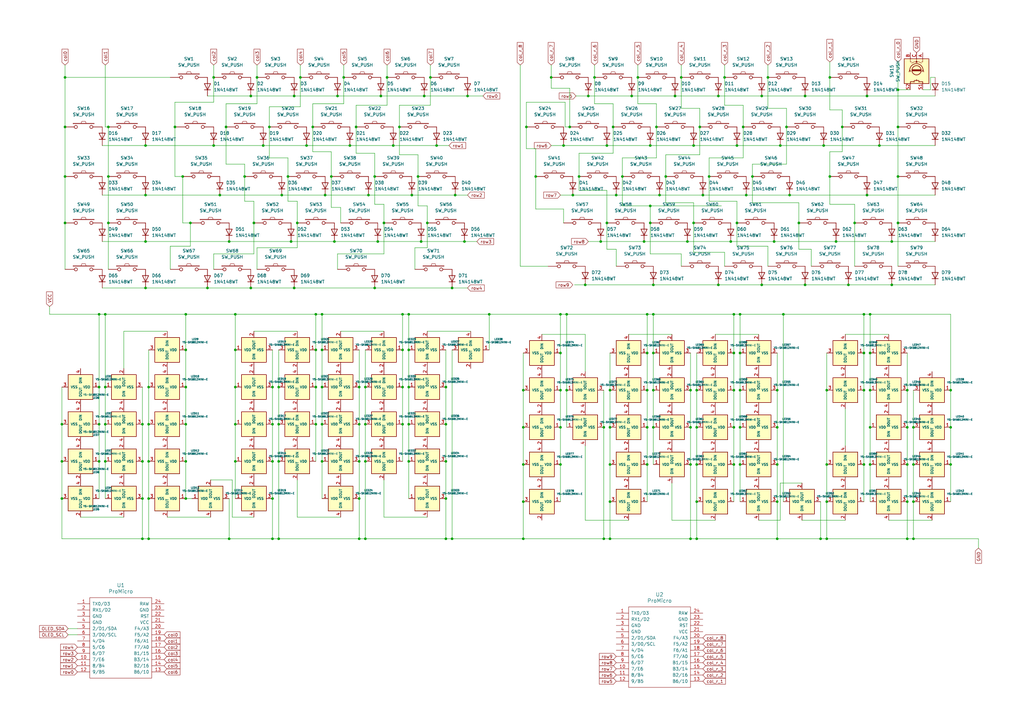
<source format=kicad_sch>
(kicad_sch (version 20231120) (generator "eeschema") (generator_version "8.0")
  (paper "A3")
  (junction (at 107.95 59.69))
  (junction (at 182.88 158.75))
  (junction (at 267.97 116.84))
  (junction (at 330.2 116.84))
  (junction (at 300.99 128.905))
  (junction (at 58.42 204.47))
  (junction (at 215.9 52.07))
  (junction (at 356.87 128.905))
  (junction (at 165.1 128.905))
  (junction (at 283.21 190.5))
  (junction (at 85.09 118.11))
  (junction (at 226.06 31.75))
  (junction (at 356.87 144.78))
  (junction (at 135.89 72.39))
  (junction (at 110.49 52.07))
  (junction (at 44.45 91.44))
  (junction (at 302.26 91.44))
  (junction (at 368.3 91.44))
  (junction (at 104.14 91.44))
  (junction (at 318.77 175.26))
  (junction (at 214.63 160.02))
  (junction (at 149.86 189.23))
  (junction (at 290.83 72.39))
  (junction (at 273.05 72.39))
  (junction (at 186.69 80.01))
  (junction (at 266.7 59.69))
  (junction (at 241.3 39.37))
  (junction (at 157.48 91.44))
  (junction (at 121.92 91.44))
  (junction (at 354.33 160.02))
  (junction (at 120.65 118.11))
  (junction (at 93.98 99.06))
  (junction (at 321.31 128.905))
  (junction (at 265.43 144.78))
  (junction (at 284.48 59.69))
  (junction (at 347.98 116.84))
  (junction (at 336.55 220.98))
  (junction (at 287.02 52.07))
  (junction (at 317.5 99.06))
  (junction (at 372.11 175.26))
  (junction (at 372.11 220.98))
  (junction (at 190.5 99.06))
  (junction (at 368.3 72.39))
  (junction (at 114.3 220.98))
  (junction (at 250.19 160.02))
  (junction (at 76.2 189.23))
  (junction (at 25.4 173.99))
  (junction (at 285.75 160.02))
  (junction (at 259.08 39.37))
  (junction (at 87.63 31.75))
  (junction (at 234.95 80.01))
  (junction (at 158.75 31.75))
  (junction (at 265.43 160.02))
  (junction (at 167.64 189.23))
  (junction (at 339.09 160.02))
  (junction (at 299.72 99.06))
  (junction (at 368.3 52.07))
  (junction (at 93.98 220.98))
  (junction (at 100.33 72.39))
  (junction (at 147.32 220.98))
  (junction (at 140.97 31.75))
  (junction (at 303.53 175.26))
  (junction (at 151.13 80.01))
  (junction (at 105.41 31.75))
  (junction (at 120.65 39.37))
  (junction (at 308.61 72.39))
  (junction (at 60.96 158.75))
  (junction (at 165.1 173.99))
  (junction (at 129.54 128.905))
  (junction (at 312.42 39.37))
  (junction (at 43.18 173.99))
  (junction (at 261.62 31.75))
  (junction (at 156.21 39.37))
  (junction (at 111.76 220.98))
  (junction (at 267.97 160.02))
  (junction (at 304.8 52.07))
  (junction (at 294.64 116.84))
  (junction (at 237.49 72.39))
  (junction (at 345.44 52.07))
  (junction (at 182.88 220.98))
  (junction (at 60.96 173.99))
  (junction (at 44.45 52.07))
  (junction (at 229.87 128.905))
  (junction (at 26.67 31.75))
  (junction (at 149.86 173.99))
  (junction (at 200.66 128.905))
  (junction (at 60.96 220.98))
  (junction (at 339.09 220.98))
  (junction (at 251.46 52.07))
  (junction (at 283.21 220.98))
  (junction (at 240.03 116.84))
  (junction (at 214.63 190.5))
  (junction (at 229.87 190.5))
  (junction (at 297.18 31.75))
  (junction (at 270.51 80.01))
  (junction (at 59.69 99.06))
  (junction (at 40.64 128.905))
  (junction (at 318.77 220.98))
  (junction (at 231.14 59.69))
  (junction (at 283.21 175.26))
  (junction (at 303.53 190.5))
  (junction (at 125.73 59.69))
  (junction (at 111.76 189.23))
  (junction (at 132.08 158.75))
  (junction (at 165.1 143.51))
  (junction (at 300.99 190.5))
  (junction (at 355.6 39.37))
  (junction (at 318.77 205.74))
  (junction (at 102.87 39.37))
  (junction (at 138.43 39.37))
  (junction (at 161.29 59.69))
  (junction (at 365.76 116.84))
  (junction (at 306.07 80.01))
  (junction (at 368.3 36.83))
  (junction (at 149.86 220.98))
  (junction (at 365.76 99.06))
  (junction (at 143.51 59.69))
  (junction (at 285.75 190.5))
  (junction (at 300.99 160.02))
  (junction (at 96.52 158.75))
  (junction (at 129.54 173.99))
  (junction (at 374.65 205.74))
  (junction (at 92.71 52.07))
  (junction (at 129.54 158.75))
  (junction (at 111.76 204.47))
  (junction (at 96.52 189.23))
  (junction (at 372.11 160.02))
  (junction (at 132.08 143.51))
  (junction (at 167.64 158.75))
  (junction (at 40.64 173.99))
  (junction (at 25.4 204.47))
  (junction (at 288.29 80.01))
  (junction (at 182.88 204.47))
  (junction (at 248.92 59.69))
  (junction (at 119.38 99.06))
  (junction (at 132.08 173.99))
  (junction (at 111.76 173.99))
  (junction (at 339.09 190.5))
  (junction (at 264.16 99.06))
  (junction (at 147.32 189.23))
  (junction (at 175.26 91.44))
  (junction (at 182.88 173.99))
  (junction (at 229.87 160.02))
  (junction (at 182.88 189.23))
  (junction (at 300.99 144.78))
  (junction (at 267.97 128.905))
  (junction (at 71.755 52.07))
  (junction (at 283.21 160.02))
  (junction (at 389.89 190.5))
  (junction (at 74.93 72.39))
  (junction (at 374.65 190.5))
  (junction (at 60.96 204.47))
  (junction (at 179.07 59.69))
  (junction (at 59.69 118.11))
  (junction (at 267.97 144.78))
  (junction (at 229.87 144.78))
  (junction (at 303.53 160.02))
  (junction (at 40.64 158.75))
  (junction (at 133.35 80.01))
  (junction (at 255.27 72.39))
  (junction (at 312.42 116.84))
  (junction (at 40.64 189.23))
  (junction (at 354.33 190.5))
  (junction (at 147.32 173.99))
  (junction (at 60.96 189.23))
  (junction (at 26.67 91.44))
  (junction (at 285.75 220.98))
  (junction (at 374.65 220.98))
  (junction (at 389.89 175.26))
  (junction (at 267.97 175.26))
  (junction (at 132.08 128.905))
  (junction (at 153.67 118.11))
  (junction (at 342.9 99.06))
  (junction (at 360.68 59.69))
  (junction (at 111.76 158.75))
  (junction (at 172.72 99.06))
  (junction (at 147.32 204.47))
  (junction (at 76.2 143.51))
  (junction (at 167.64 128.905))
  (junction (at 123.19 31.75))
  (junction (at 232.41 160.02))
  (junction (at 168.91 80.01))
  (junction (at 58.42 173.99))
  (junction (at 246.38 99.06))
  (junction (at 265.43 128.905))
  (junction (at 59.69 59.69))
  (junction (at 250.19 175.26))
  (junction (at 243.84 31.75))
  (junction (at 279.4 31.75))
  (junction (at 252.73 80.01))
  (junction (at 232.41 128.905))
  (junction (at 171.45 72.39))
  (junction (at 147.32 158.75))
  (junction (at 340.36 72.39))
  (junction (at 233.68 52.07))
  (junction (at 43.18 189.23))
  (junction (at 137.16 99.06))
  (junction (at 185.42 118.11))
  (junction (at 43.18 128.905))
  (junction (at 59.69 80.01))
  (junction (at 118.11 72.39))
  (junction (at 374.65 175.26))
  (junction (at 96.52 173.99))
  (junction (at 26.67 52.07))
  (junction (at 355.6 80.01))
  (junction (at 320.04 59.69))
  (junction (at 149.86 158.75))
  (junction (at 318.77 160.02))
  (junction (at 219.71 72.39))
  (junction (at 167.64 143.51))
  (junction (at 300.99 175.26))
  (junction (at 248.92 91.44))
  (junction (at 269.24 52.07))
  (junction (at 44.45 72.39))
  (junction (at 165.1 158.75))
  (junction (at 96.52 143.51))
  (junction (at 314.96 31.75))
  (junction (at 102.87 118.11))
  (junction (at 58.42 220.98))
  (junction (at 76.2 173.99))
  (junction (at 250.19 205.74))
  (junction (at 129.54 143.51))
  (junction (at 330.2 39.37))
  (junction (at 339.09 205.74))
  (junction (at 43.18 158.75))
  (junction (at 146.05 52.07))
  (junction (at 372.11 190.5))
  (junction (at 76.2 128.905))
  (junction (at 167.64 173.99))
  (junction (at 163.83 52.07))
  (junction (at 128.27 52.07))
  (junction (at 266.7 84.455))
  (junction (at 354.33 128.905))
  (junction (at 247.65 175.26))
  (junction (at 114.3 173.99))
  (junction (at 350.52 91.44))
  (junction (at 266.7 91.44))
  (junction (at 281.94 99.06))
  (junction (at 327.66 91.44))
  (junction (at 214.63 175.26))
  (junction (at 173.99 39.37))
  (junction (at 132.08 189.23))
  (junction (at 356.87 190.5))
  (junction (at 229.87 175.26))
  (junction (at 323.85 80.01))
  (junction (at 76.2 204.47))
  (junction (at 356.87 160.02))
  (junction (at 153.67 72.39))
  (junction (at 247.65 220.98))
  (junction (at 250.19 220.98))
  (junction (at 87.63 59.69))
  (junction (at 340.36 31.75))
  (junction (at 265.43 190.5))
  (junction (at 276.86 39.37))
  (junction (at 356.87 175.26))
  (junction (at 191.77 39.37))
  (junction (at 96.52 128.905))
  (junction (at 372.11 205.74))
  (junction (at 337.82 59.69))
  (junction (at 154.94 99.06))
  (junction (at 284.48 91.44))
  (junction (at 285.75 205.74))
  (junction (at 185.42 220.98))
  (junction (at 294.64 39.37))
  (junction (at 285.75 175.26))
  (junction (at 90.17 80.01))
  (junction (at 303.53 128.905))
  (junction (at 250.19 190.5))
  (junction (at 58.42 189.23))
  (junction (at 114.3 158.75))
  (junction (at 318.77 190.5))
  (junction (at 25.4 189.23))
  (junction (at 26.67 72.39))
  (junction (at 114.3 189.23))
  (junction (at 76.2 158.75))
  (junction (at 322.58 52.07))
  (junction (at 265.43 175.26))
  (junction (at 214.63 220.98))
  (junction (at 115.57 80.01))
  (junction (at 354.33 144.78))
  (junction (at 303.53 144.78))
  (junction (at 78.105 91.44))
  (junction (at 176.53 31.75))
  (junction (at 214.63 205.74))
  (junction (at 302.26 59.69))
  (junction (at 389.89 160.02))
  (wire (pts (xy 96.52 204.47) (xy 96.52 189.23)))
  (wire (pts (xy 345.44 52.07) (xy 345.44 45.085)))
  (wire (pts (xy 283.21 220.98) (xy 285.75 220.98)))
  (wire (pts (xy 25.4 220.98) (xy 58.42 220.98)))
  (wire (pts (xy 121.92 82.55) (xy 121.92 91.44)))
  (wire (pts (xy 44.45 72.39) (xy 44.45 91.44)))
  (wire (pts (xy 283.21 144.78) (xy 283.21 160.02)))
  (wire (pts (xy 308.61 72.39) (xy 308.61 83.185)))
  (wire (pts (xy 167.64 158.75) (xy 167.64 173.99)))
  (wire (pts (xy 299.72 99.06) (xy 317.5 99.06)))
  (wire (pts (xy 273.05 72.39) (xy 273.05 63.5)))
  (wire (pts (xy 259.08 39.37) (xy 276.86 39.37)))
  (wire (pts (xy 111.76 189.23) (xy 111.76 204.47)))
  (wire (pts (xy 304.8 43.18) (xy 297.18 43.18)))
  (wire (pts (xy 104.14 82.55) (xy 100.33 82.55)))
  (wire (pts (xy 147.32 204.47) (xy 147.32 220.98)))
  (wire (pts (xy 43.18 52.07) (xy 44.45 52.07)))
  (wire (pts (xy 43.18 189.23) (xy 43.18 204.47)))
  (wire (pts (xy 300.99 144.78) (xy 300.99 160.02)))
  (wire (pts (xy 171.45 84.455) (xy 171.45 72.39)))
  (wire (pts (xy 332.74 102.235) (xy 332.74 109.22)))
  (wire (pts (xy 87.63 110.49) (xy 87.63 104.14)))
  (wire (pts (xy 105.41 26.67) (xy 105.41 31.75)))
  (wire (pts (xy 172.72 99.06) (xy 190.5 99.06)))
  (wire (pts (xy 285.75 175.26) (xy 285.75 190.5)))
  (wire (pts (xy 237.49 72.39) (xy 237.49 78.105)))
  (wire (pts (xy 267.97 116.84) (xy 294.64 116.84)))
  (wire (pts (xy 365.76 116.84) (xy 383.54 116.84)))
  (wire (pts (xy 114.3 158.75) (xy 114.3 173.99)))
  (wire (pts (xy 26.67 91.44) (xy 26.67 110.49)))
  (wire (pts (xy 123.19 31.75) (xy 123.19 43.815)))
  (wire (pts (xy 71.755 52.07) (xy 72.39 52.07)))
  (wire (pts (xy 350.52 83.82) (xy 350.52 91.44)))
  (wire (pts (xy 231.775 52.07) (xy 231.775 41.91)))
  (wire (pts (xy 138.43 110.49) (xy 138.43 104.14)))
  (wire (pts (xy 76.2 143.51) (xy 76.2 158.75)))
  (wire (pts (xy 318.77 160.02) (xy 318.77 175.26)))
  (wire (pts (xy 87.63 104.14) (xy 104.14 104.14)))
  (wire (pts (xy 90.17 80.01) (xy 115.57 80.01)))
  (wire (pts (xy 303.53 160.02) (xy 303.53 175.26)))
  (wire (pts (xy 96.52 128.905) (xy 96.52 143.51)))
  (wire (pts (xy 93.98 204.47) (xy 93.98 220.98)))
  (wire (pts (xy 153.67 118.11) (xy 185.42 118.11)))
  (wire (pts (xy 182.88 204.47) (xy 182.88 220.98)))
  (wire (pts (xy 60.96 220.98) (xy 93.98 220.98)))
  (wire (pts (xy 356.87 190.5) (xy 356.87 205.74)))
  (wire (pts (xy 167.64 189.23) (xy 167.64 204.47)))
  (wire (pts (xy 43.18 173.99) (xy 43.18 189.23)))
  (wire (pts (xy 182.88 158.75) (xy 182.88 173.99)))
  (wire (pts (xy 71.755 41.91) (xy 87.63 41.91)))
  (wire (pts (xy 132.08 173.99) (xy 132.08 189.23)))
  (wire (pts (xy 105.41 101.6) (xy 105.41 110.49)))
  (wire (pts (xy 182.88 143.51) (xy 182.88 158.75)))
  (wire (pts (xy 40.64 189.23) (xy 40.64 204.47)))
  (wire (pts (xy 306.07 80.01) (xy 323.85 80.01)))
  (wire (pts (xy 342.9 99.06) (xy 365.76 99.06)))
  (wire (pts (xy 368.3 36.83) (xy 368.3 52.07)))
  (wire (pts (xy 182.88 220.98) (xy 185.42 220.98)))
  (wire (pts (xy 356.87 128.905) (xy 356.87 144.78)))
  (wire (pts (xy 287.02 44.45) (xy 279.4 44.45)))
  (wire (pts (xy 156.21 39.37) (xy 173.99 39.37)))
  (wire (pts (xy 121.92 91.44) (xy 121.92 101.6)))
  (wire (pts (xy 175.26 84.455) (xy 171.45 84.455)))
  (wire (pts (xy 372.11 175.26) (xy 372.11 190.5)))
  (wire (pts (xy 138.43 104.14) (xy 157.48 104.14)))
  (wire (pts (xy 243.84 31.75) (xy 243.84 42.545)))
  (wire (pts (xy 265.43 144.78) (xy 265.43 128.905)))
  (wire (pts (xy 285.75 220.98) (xy 318.77 220.98)))
  (wire (pts (xy 43.18 128.905) (xy 43.18 158.75)))
  (wire (pts (xy 44.45 52.07) (xy 44.45 72.39)))
  (wire (pts (xy 92.71 52.07) (xy 92.71 42.545)))
  (wire (pts (xy 231.14 59.69) (xy 248.92 59.69)))
  (wire (pts (xy 107.95 59.69) (xy 125.73 59.69)))
  (wire (pts (xy 146.05 43.18) (xy 146.05 52.07)))
  (wire (pts (xy 40.64 158.75) (xy 40.64 173.99)))
  (wire (pts (xy 41.91 99.06) (xy 59.69 99.06)))
  (wire (pts (xy 339.09 160.02) (xy 339.09 190.5)))
  (wire (pts (xy 267.97 128.905) (xy 267.97 144.78)))
  (wire (pts (xy 284.48 91.44) (xy 284.48 83.185)))
  (wire (pts (xy 157.48 83.82) (xy 157.48 91.44)))
  (wire (pts (xy 304.8 52.07) (xy 304.8 43.18)))
  (wire (pts (xy 43.18 158.75) (xy 43.18 173.99)))
  (wire (pts (xy 350.52 91.44) (xy 350.52 109.22)))
  (wire (pts (xy 175.26 101.6) (xy 175.26 91.44)))
  (wire (pts (xy 104.14 91.44) (xy 104.14 82.55)))
  (wire (pts (xy 129.54 173.99) (xy 129.54 189.23)))
  (wire (pts (xy 185.42 143.51) (xy 185.42 220.98)))
  (wire (pts (xy 255.27 64.77) (xy 255.27 72.39)))
  (wire (pts (xy 125.73 59.69) (xy 143.51 59.69)))
  (wire (pts (xy 59.69 80.01) (xy 90.17 80.01)))
  (wire (pts (xy 303.53 144.78) (xy 303.53 160.02)))
  (wire (pts (xy 118.11 64.77) (xy 118.11 72.39)))
  (wire (pts (xy 234.95 80.01) (xy 252.73 80.01)))
  (wire (pts (xy 303.53 128.905) (xy 303.53 144.78)))
  (wire (pts (xy 139.7 135.89) (xy 157.48 135.89)))
  (wire (pts (xy 354.33 144.78) (xy 354.33 160.02)))
  (wire (pts (xy 114.3 173.99) (xy 114.3 189.23)))
  (wire (pts (xy 237.49 62.865) (xy 237.49 72.39)))
  (wire (pts (xy 71.755 72.39) (xy 74.93 72.39)))
  (wire (pts (xy 266.7 104.14) (xy 279.4 104.14)))
  (wire (pts (xy 267.97 144.78) (xy 267.97 160.02)))
  (wire (pts (xy 322.58 44.45) (xy 322.58 52.07)))
  (wire (pts (xy 322.58 67.31) (xy 308.61 67.31)))
  (wire (pts (xy 267.97 160.02) (xy 267.97 175.26)))
  (wire (pts (xy 257.81 213.36) (xy 240.03 213.36)))
  (wire (pts (xy 120.65 118.11) (xy 153.67 118.11)))
  (wire (pts (xy 129.54 143.51) (xy 129.54 158.75)))
  (wire (pts (xy 111.76 220.98) (xy 114.3 220.98)))
  (wire (pts (xy 226.06 26.67) (xy 226.06 31.75)))
  (wire (pts (xy 214.63 175.26) (xy 214.63 190.5)))
  (wire (pts (xy 241.3 99.06) (xy 246.38 99.06)))
  (wire (pts (xy 185.42 220.98) (xy 214.63 220.98)))
  (wire (pts (xy 40.64 128.905) (xy 43.18 128.905)))
  (wire (pts (xy 215.9 41.91) (xy 215.9 52.07)))
  (wire (pts (xy 149.86 158.75) (xy 149.86 173.99)))
  (wire (pts (xy 176.53 26.67) (xy 176.53 31.75)))
  (wire (pts (xy 336.55 220.98) (xy 339.09 220.98)))
  (wire (pts (xy 300.99 190.5) (xy 300.99 205.74)))
  (wire (pts (xy 191.77 39.37) (xy 198.12 39.37)))
  (wire (pts (xy 303.53 128.905) (xy 300.99 128.905)))
  (wire (pts (xy 285.75 144.78) (xy 285.75 160.02)))
  (wire (pts (xy 241.3 39.37) (xy 259.08 39.37)))
  (wire (pts (xy 214.63 144.78) (xy 214.63 160.02)))
  (wire (pts (xy 257.81 137.16) (xy 275.59 137.16)))
  (wire (pts (xy 129.54 128.905) (xy 129.54 143.51)))
  (wire (pts (xy 123.19 26.67) (xy 123.19 31.75)))
  (wire (pts (xy 328.93 213.36) (xy 346.71 213.36)))
  (wire (pts (xy 304.8 64.77) (xy 304.8 52.07)))
  (wire (pts (xy 214.63 220.98) (xy 247.65 220.98)))
  (wire (pts (xy 85.09 118.11) (xy 102.87 118.11)))
  (wire (pts (xy 87.63 59.69) (xy 107.95 59.69)))
  (wire (pts (xy 314.96 100.965) (xy 302.26 100.965)))
  (wire (pts (xy 283.21 175.26) (xy 283.21 190.5)))
  (wire (pts (xy 285.75 205.74) (xy 285.75 220.98)))
  (wire (pts (xy 232.41 128.905) (xy 265.43 128.905)))
  (wire (pts (xy 96.52 173.99) (xy 96.52 158.75)))
  (wire (pts (xy 229.87 144.78) (xy 229.87 128.905)))
  (wire (pts (xy 74.93 91.44) (xy 78.105 91.44)))
  (wire (pts (xy 68.58 212.09) (xy 86.36 212.09)))
  (wire (pts (xy 59.69 118.11) (xy 85.09 118.11)))
  (wire (pts (xy 265.43 160.02) (xy 265.43 144.78)))
  (wire (pts (xy 246.38 99.06) (xy 264.16 99.06)))
  (wire (pts (xy 26.67 31.75) (xy 26.67 52.07)))
  (wire (pts (xy 267.97 175.26) (xy 267.97 190.5)))
  (wire (pts (xy 314.96 44.45) (xy 322.58 44.45)))
  (wire (pts (xy 165.1 128.905) (xy 167.64 128.905)))
  (wire (pts (xy 132.08 158.75) (xy 132.08 173.99)))
  (wire (pts (xy 265.43 128.905) (xy 267.97 128.905)))
  (wire (pts (xy 314.96 31.75) (xy 314.96 44.45)))
  (wire (pts (xy 25.4 158.75) (xy 25.4 173.99)))
  (wire (pts (xy 323.85 80.01) (xy 355.6 80.01)))
  (wire (pts (xy 269.24 64.77) (xy 255.27 64.77)))
  (wire (pts (xy 279.4 104.14) (xy 279.4 109.22)))
  (wire (pts (xy 76.2 189.23) (xy 76.2 204.47)))
  (wire (pts (xy 318.77 205.74) (xy 318.77 220.98)))
  (wire (pts (xy 320.04 198.12) (xy 320.04 213.36)))
  (wire (pts (xy 327.66 83.185) (xy 327.66 91.44)))
  (wire (pts (xy 95.25 212.09) (xy 104.14 212.09)))
  (wire (pts (xy 284.48 103.505) (xy 284.48 91.44)))
  (wire (pts (xy 226.06 59.69) (xy 231.14 59.69)))
  (wire (pts (xy 240.03 137.16) (xy 222.25 137.16)))
  (wire (pts (xy 297.18 109.22) (xy 297.18 103.505)))
  (wire (pts (xy 219.71 60.96) (xy 219.71 72.39)))
  (wire (pts (xy 111.76 143.51) (xy 111.76 158.75)))
  (wire (pts (xy 250.19 220.98) (xy 283.21 220.98)))
  (wire (pts (xy 356.87 175.26) (xy 356.87 190.5)))
  (wire (pts (xy 100.33 67.31) (xy 92.71 67.31)))
  (wire (pts (xy 78.105 91.44) (xy 78.74 91.44)))
  (wire (pts (xy 60.96 173.99) (xy 60.96 189.23)))
  (wire (pts (xy 76.2 128.905) (xy 96.52 128.905)))
  (wire (pts (xy 165.1 158.75) (xy 165.1 173.99)))
  (wire (pts (xy 114.3 220.98) (xy 147.32 220.98)))
  (wire (pts (xy 26.67 72.39) (xy 26.67 91.44)))
  (wire (pts (xy 149.86 143.51) (xy 149.86 158.75)))
  (wire (pts (xy 105.41 31.75) (xy 105.41 42.545)))
  (wire (pts (xy 290.83 64.77) (xy 304.8 64.77)))
  (wire (pts (xy 250.19 175.26) (xy 250.19 190.5)))
  (wire (pts (xy 110.49 43.815) (xy 110.49 52.07)))
  (wire (pts (xy 171.45 63.5) (xy 163.83 63.5)))
  (wire (pts (xy 132.08 128.905) (xy 165.1 128.905)))
  (wire (pts (xy 389.89 128.905) (xy 356.87 128.905)))
  (wire (pts (xy 151.13 80.01) (xy 168.91 80.01)))
  (wire (pts (xy 318.77 190.5) (xy 318.77 205.74)))
  (wire (pts (xy 59.69 99.06) (xy 93.98 99.06)))
  (wire (pts (xy 265.43 205.74) (xy 265.43 190.5)))
  (wire (pts (xy 146.05 62.865) (xy 153.67 62.865)))
  (wire (pts (xy 283.21 160.02) (xy 283.21 175.26)))
  (wire (pts (xy 139.7 91.44) (xy 139.7 85.09)))
  (wire (pts (xy 173.99 39.37) (xy 191.77 39.37)))
  (wire (pts (xy 167.64 143.51) (xy 167.64 158.75)))
  (wire (pts (xy 318.77 175.26) (xy 318.77 190.5)))
  (wire (pts (xy 302.26 100.965) (xy 302.26 91.44)))
  (wire (pts (xy 74.93 72.39) (xy 74.93 91.44)))
  (wire (pts (xy 297.18 26.67) (xy 297.18 31.75)))
  (wire (pts (xy 40.64 128.905) (xy 20.32 128.905)))
  (wire (pts (xy 163.83 52.07) (xy 163.83 43.18)))
  (wire (pts (xy 368.3 52.07) (xy 368.3 72.39)))
  (wire (pts (xy 185.42 118.11) (xy 191.77 118.11)))
  (wire (pts (xy 346.71 137.16) (xy 364.49 137.16)))
  (wire (pts (xy 336.55 205.74) (xy 336.55 220.98)))
  (wire (pts (xy 261.62 31.75) (xy 261.62 42.545)))
  (wire (pts (xy 128.27 42.545) (xy 140.97 42.545)))
  (wire (pts (xy 41.91 59.69) (xy 59.69 59.69)))
  (wire (pts (xy 243.84 26.67) (xy 243.84 31.75)))
  (wire (pts (xy 354.33 160.02) (xy 354.33 190.5)))
  (wire (pts (xy 285.75 190.5) (xy 285.75 205.74)))
  (wire (pts (xy 214.63 160.02) (xy 214.63 175.26)))
  (wire (pts (xy 229.87 128.905) (xy 232.41 128.905)))
  (wire (pts (xy 247.65 160.02) (xy 247.65 175.26)))
  (wire (pts (xy 233.68 36.195) (xy 233.68 52.07)))
  (wire (pts (xy 87.63 31.75) (xy 87.63 41.91)))
  (wire (pts (xy 252.73 102.235) (xy 252.73 109.22)))
  (wire (pts (xy 147.32 158.75) (xy 147.32 173.99)))
  (wire (pts (xy 139.7 85.09) (xy 135.89 85.09)))
  (wire (pts (xy 297.18 31.75) (xy 297.18 43.18)))
  (wire (pts (xy 135.89 72.39) (xy 135.89 62.23)))
  (wire (pts (xy 163.83 43.18) (xy 176.53 43.18)))
  (wire (pts (xy 273.05 83.185) (xy 273.05 72.39)))
  (wire (pts (xy 297.18 103.505) (xy 284.48 103.505)))
  (wire (pts (xy 229.87 80.01) (xy 234.95 80.01)))
  (wire (pts (xy 339.09 144.78) (xy 339.09 160.02)))
  (wire (pts (xy 50.8 151.13) (xy 50.8 135.89)))
  (wire (pts (xy 356.87 128.905) (xy 354.33 128.905)))
  (wire (pts (xy 120.65 39.37) (xy 138.43 39.37)))
  (wire (pts (xy 356.87 160.02) (xy 356.87 175.26)))
  (wire (pts (xy 250.19 144.78) (xy 250.19 160.02)))
  (wire (pts (xy 372.11 144.78) (xy 372.11 160.02)))
  (wire (pts (xy 182.88 189.23) (xy 182.88 204.47)))
  (wire (pts (xy 60.96 204.47) (xy 60.96 220.98)))
  (wire (pts (xy 317.5 99.06) (xy 342.9 99.06)))
  (wire (pts (xy 95.25 196.85) (xy 95.25 212.09)))
  (wire (pts (xy 135.89 85.09) (xy 135.89 72.39)))
  (wire (pts (xy 308.61 67.31) (xy 308.61 72.39)))
  (wire (pts (xy 175.26 135.89) (xy 193.04 135.89)))
  (wire (pts (xy 92.71 42.545) (xy 105.41 42.545)))
  (wire (pts (xy 374.65 205.74) (xy 374.65 220.98)))
  (wire (pts (xy 337.82 59.69) (xy 360.68 59.69)))
  (wire (pts (xy 266.7 91.44) (xy 266.7 104.14)))
  (wire (pts (xy 374.65 160.02) (xy 374.65 175.26)))
  (wire (pts (xy 293.37 213.36) (xy 275.59 213.36)))
  (wire (pts (xy 368.3 91.44) (xy 368.3 109.22)))
  (wire (pts (xy 374.65 175.26) (xy 374.65 190.5)))
  (wire (pts (xy 389.89 175.26) (xy 389.89 160.02)))
  (wire (pts (xy 121.92 196.85) (xy 121.92 212.09)))
  (wire (pts (xy 165.1 143.51) (xy 165.1 158.75)))
  (wire (pts (xy 318.77 144.78) (xy 318.77 160.02)))
  (wire (pts (xy 100.33 72.39) (xy 100.33 67.31)))
  (wire (pts (xy 214.63 190.5) (xy 214.63 205.74)))
  (wire (pts (xy 43.18 26.67) (xy 43.18 52.07)))
  (wire (pts (xy 240.03 116.84) (xy 267.97 116.84)))
  (wire (pts (xy 340.36 62.23) (xy 345.44 62.23)))
  (wire (pts (xy 87.63 26.67) (xy 87.63 31.75)))
  (wire (pts (xy 250.19 205.74) (xy 250.19 220.98)))
  (wire (pts (xy 114.3 189.23) (xy 114.3 220.98)))
  (wire (pts (xy 85.09 39.37) (xy 102.87 39.37)))
  (wire (pts (xy 322.58 52.07) (xy 322.58 67.31)))
  (wire (pts (xy 132.08 189.23) (xy 132.08 204.47)))
  (wire (pts (xy 200.66 128.905) (xy 229.87 128.905)))
  (wire (pts (xy 302.26 91.44) (xy 302.26 82.55)))
  (wire (pts (xy 132.08 128.905) (xy 132.08 143.51)))
  (wire (pts (xy 26.67 31.75) (xy 69.85 31.75)))
  (wire (pts (xy 154.94 99.06) (xy 172.72 99.06)))
  (wire (pts (xy 330.2 116.84) (xy 347.98 116.84)))
  (wire (pts (xy 372.11 205.74) (xy 372.11 220.98)))
  (wire (pts (xy 248.92 78.105) (xy 248.92 91.44)))
  (wire (pts (xy 339.09 205.74) (xy 339.09 220.98)))
  (wire (pts (xy 284.48 83.185) (xy 273.05 83.185)))
  (wire (pts (xy 279.4 26.67) (xy 279.4 31.75)))
  (wire (pts (xy 96.52 128.905) (xy 129.54 128.905)))
  (wire (pts (xy 41.91 80.01) (xy 59.69 80.01)))
  (wire (pts (xy 149.86 173.99) (xy 149.86 189.23)))
  (wire (pts (xy 44.45 91.44) (xy 44.45 110.49)))
  (wire (pts (xy 354.33 128.905) (xy 354.33 144.78)))
  (wire (pts (xy 312.42 39.37) (xy 330.2 39.37)))
  (wire (pts (xy 314.96 109.22) (xy 314.96 100.965)))
  (wire (pts (xy 302.26 82.55) (xy 290.83 82.55)))
  (wire (pts (xy 320.04 59.69) (xy 337.82 59.69)))
  (wire (pts (xy 128.27 62.23) (xy 128.27 52.07)))
  (wire (pts (xy 110.49 52.07) (xy 110.49 64.77)))
  (wire (pts (xy 133.35 80.01) (xy 151.13 80.01)))
  (wire (pts (xy 255.27 84.455) (xy 266.7 84.455)))
  (wire (pts (xy 71.755 52.07) (xy 71.755 41.91)))
  (wire (pts (xy 368.3 72.39) (xy 368.3 91.44)))
  (wire (pts (xy 308.61 83.185) (xy 327.66 83.185)))
  (wire (pts (xy 76.2 128.905) (xy 76.2 143.51)))
  (wire (pts (xy 354.33 128.905) (xy 321.31 128.905)))
  (wire (pts (xy 283.21 190.5) (xy 283.21 220.98)))
  (wire (pts (xy 231.775 41.91) (xy 215.9 41.91)))
  (wire (pts (xy 96.52 158.75) (xy 96.52 143.51)))
  (wire (pts (xy 119.38 99.06) (xy 137.16 99.06)))
  (wire (pts (xy 118.11 82.55) (xy 121.92 82.55)))
  (wire (pts (xy 248.92 102.235) (xy 252.73 102.235)))
  (wire (pts (xy 251.46 42.545) (xy 251.46 52.07)))
  (wire (pts (xy 170.18 110.49) (xy 170.18 101.6)))
  (wire (pts (xy 149.86 220.98) (xy 182.88 220.98)))
  (wire (pts (xy 354.33 190.5) (xy 354.33 205.74)))
  (wire (pts (xy 20.32 125.73) (xy 20.32 128.905)))
  (wire (pts (xy 60.96 158.75) (xy 60.96 173.99)))
  (wire (pts (xy 170.18 101.6) (xy 175.26 101.6)))
  (wire (pts (xy 137.16 99.06) (xy 154.94 99.06)))
  (wire (pts (xy 294.64 116.84) (xy 312.42 116.84)))
  (wire (pts (xy 33.02 212.09) (xy 50.8 212.09)))
  (wire (pts (xy 360.68 59.69) (xy 383.54 59.69)))
  (wire (pts (xy 58.42 189.23) (xy 58.42 204.47)))
  (wire (pts (xy 175.26 91.44) (xy 175.26 84.455)))
  (wire (pts (xy 401.32 220.98) (xy 401.32 224.79)))
  (wire (pts (xy 232.41 128.905) (xy 232.41 160.02)))
  (wire (pts (xy 200.66 128.905) (xy 200.66 143.51)))
  (wire (pts (xy 240.03 213.36) (xy 240.03 182.88)))
  (wire (pts (xy 153.67 62.865) (xy 153.67 72.39)))
  (wire (pts (xy 302.26 59.69) (xy 320.04 59.69)))
  (wire (pts (xy 287.02 63.5) (xy 287.02 52.07)))
  (wire (pts (xy 273.05 63.5) (xy 287.02 63.5)))
  (wire (pts (xy 93.98 99.06) (xy 119.38 99.06)))
  (wire (pts (xy 355.6 80.01) (xy 383.54 80.01)))
  (wire (pts (xy 219.71 85.725) (xy 231.14 85.725)))
  (wire (pts (xy 295.91 84.455) (xy 266.7 84.455)))
  (wire (pts (xy 368.3 25.4) (xy 368.3 36.83)))
  (wire (pts (xy 179.07 59.69) (xy 184.15 59.69)))
  (wire (pts (xy 236.22 39.37) (xy 241.3 39.37)))
  (wire (pts (xy 219.71 72.39) (xy 219.71 85.725)))
  (wire (pts (xy 78.105 91.44) (xy 78.105 100.965)))
  (wire (pts (xy 60.96 143.51) (xy 60.96 158.75)))
  (wire (pts (xy 92.71 67.31) (xy 92.71 52.07)))
  (wire (pts (xy 27.94 257.81) (xy 31.75 257.81)))
  (wire (pts (xy 41.91 118.11) (xy 59.69 118.11)))
  (wire (pts (xy 290.83 82.55) (xy 290.83 72.39)))
  (wire (pts (xy 96.52 189.23) (xy 96.52 173.99)))
  (wire (pts (xy 248.92 91.44) (xy 248.92 102.235)))
  (wire (pts (xy 314.96 26.67) (xy 314.96 31.75)))
  (wire (pts (xy 284.48 59.69) (xy 302.26 59.69)))
  (wire (pts (xy 251.46 52.07) (xy 251.46 62.865)))
  (wire (pts (xy 147.32 220.98) (xy 149.86 220.98)))
  (wire (pts (xy 381.635 31.75) (xy 383.54 31.75)))
  (wire (pts (xy 104.14 135.89) (xy 121.92 135.89)))
  (wire (pts (xy 233.68 52.07) (xy 231.775 52.07)))
  (wire (pts (xy 231.14 85.725) (xy 231.14 91.44)))
  (wire (pts (xy 374.65 190.5) (xy 374.65 205.74)))
  (wire (pts (xy 157.48 104.14) (xy 157.48 91.44)))
  (wire (pts (xy 157.48 212.09) (xy 175.26 212.09)))
  (wire (pts (xy 25.4 173.99) (xy 25.4 189.23)))
  (wire (pts (xy 161.29 59.69) (xy 179.07 59.69)))
  (wire (pts (xy 157.48 196.85) (xy 157.48 212.09)))
  (wire (pts (xy 102.87 118.11) (xy 120.65 118.11)))
  (wire (pts (xy 111.76 158.75) (xy 111.76 173.99)))
  (wire (pts (xy 165.1 173.99) (xy 165.1 189.23)))
  (wire (pts (xy 287.02 52.07) (xy 287.02 44.45)))
  (wire (pts (xy 339.09 190.5) (xy 339.09 205.74)))
  (wire (pts (xy 340.36 72.39) (xy 340.36 62.23)))
  (wire (pts (xy 27.94 260.35) (xy 31.75 260.35)))
  (wire (pts (xy 43.18 128.905) (xy 76.2 128.905)))
  (wire (pts (xy 355.6 39.37) (xy 383.54 39.37)))
  (wire (pts (xy 114.3 143.51) (xy 114.3 158.75)))
  (wire (pts (xy 339.09 220.98) (xy 372.11 220.98)))
  (wire (pts (xy 303.53 175.26) (xy 303.53 190.5)))
  (wire (pts (xy 229.87 190.5) (xy 229.87 175.26)))
  (wire (pts (xy 264.16 99.06) (xy 281.94 99.06)))
  (wire (pts (xy 372.11 190.5) (xy 372.11 205.74)))
  (wire (pts (xy 372.11 220.98) (xy 374.65 220.98)))
  (wire (pts (xy 213.36 109.22) (xy 224.79 109.22)))
  (wire (pts (xy 158.75 31.75) (xy 158.75 43.18)))
  (wire (pts (xy 294.64 39.37) (xy 312.42 39.37)))
  (wire (pts (xy 215.9 52.07) (xy 215.9 60.96)))
  (wire (pts (xy 118.11 72.39) (xy 118.11 82.55)))
  (wire (pts (xy 60.96 189.23) (xy 60.96 204.47)))
  (wire (pts (xy 186.69 80.01) (xy 191.77 80.01)))
  (wire (pts (xy 69.85 100.965) (xy 69.85 110.49)))
  (wire (pts (xy 168.91 80.01) (xy 186.69 80.01)))
  (wire (pts (xy 247.65 175.26) (xy 247.65 220.98)))
  (wire (pts (xy 368.3 36.83) (xy 373.38 36.83)))
  (wire (pts (xy 265.43 175.26) (xy 265.43 160.02)))
  (wire (pts (xy 100.33 82.55) (xy 100.33 72.39)))
  (wire (pts (xy 232.41 160.02) (xy 232.41 175.26)))
  (wire (pts (xy 318.77 220.98) (xy 336.55 220.98)))
  (wire (pts (xy 321.31 128.905) (xy 303.53 128.905)))
  (wire (pts (xy 300.99 128.905) (xy 300.99 144.78)))
  (wire (pts (xy 364.49 213.36) (xy 382.27 213.36)))
  (wire (pts (xy 261.62 26.67) (xy 261.62 31.75)))
  (wire (pts (xy 328.93 198.12) (xy 320.04 198.12)))
  (wire (pts (xy 147.32 189.23) (xy 147.32 204.47)))
  (wire (pts (xy 165.1 128.905) (xy 165.1 143.51)))
  (wire (pts (xy 176.53 31.75) (xy 176.53 43.18)))
  (wire (pts (xy 303.53 190.5) (xy 303.53 205.74)))
  (wire (pts (xy 167.64 173.99) (xy 167.64 189.23)))
  (wire (pts (xy 167.64 128.905) (xy 200.66 128.905)))
  (wire (pts (xy 270.51 80.01) (xy 288.29 80.01)))
  (wire (pts (xy 340.36 25.4) (xy 340.36 31.75)))
  (wire (pts (xy 243.84 42.545) (xy 251.46 42.545)))
  (wire (pts (xy 356.87 144.78) (xy 356.87 160.02)))
  (wire (pts (xy 213.36 26.67) (xy 213.36 109.22)))
  (wire (pts (xy 281.94 99.06) (xy 299.72 99.06)))
  (wire (pts (xy 321.31 128.905) (xy 321.31 205.74)))
  (wire (pts (xy 288.29 80.01) (xy 306.07 80.01)))
  (wire (pts (xy 247.65 220.98) (xy 250.19 220.98)))
  (wire (pts (xy 123.19 43.815) (xy 110.49 43.815)))
  (wire (pts (xy 251.46 62.865) (xy 237.49 62.865)))
  (wire (pts (xy 40.64 128.905) (xy 40.64 158.75)))
  (wire (pts (xy 190.5 99.06) (xy 195.58 99.06)))
  (wire (pts (xy 340.36 31.75) (xy 340.36 45.085)))
  (wire (pts (xy 58.42 158.75) (xy 58.42 173.99)))
  (wire (pts (xy 229.87 160.02) (xy 229.87 144.78)))
  (wire (pts (xy 58.42 204.47) (xy 58.42 220.98)))
  (wire (pts (xy 129.54 158.75) (xy 129.54 173.99)))
  (wire (pts (xy 153.67 83.82) (xy 157.48 83.82)))
  (wire (pts (xy 25.4 189.23) (xy 25.4 204.47)))
  (wire (pts (xy 340.36 83.82) (xy 340.36 72.39)))
  (wire (pts (xy 235.585 116.84) (xy 240.03 116.84)))
  (wire (pts (xy 78.105 100.965) (xy 69.85 100.965)))
  (wire (pts (xy 140.97 42.545) (xy 140.97 31.75)))
  (wire (pts (xy 182.88 173.99) (xy 182.88 189.23)))
  (wire (pts (xy 111.76 173.99) (xy 111.76 189.23)))
  (wire (pts (xy 167.64 128.905) (xy 167.64 143.51)))
  (wire (pts (xy 237.49 78.105) (xy 248.92 78.105)))
  (wire (pts (xy 229.87 175.26) (xy 229.87 160.02)))
  (wire (pts (xy 312.42 116.84) (xy 330.2 116.84)))
  (wire (pts (xy 365.76 99.06) (xy 383.54 99.06)))
  (wire (pts (xy 269.24 52.07) (xy 269.24 64.77)))
  (wire (pts (xy 345.44 45.085) (xy 340.36 45.085)))
  (wire (pts (xy 345.44 62.23) (xy 345.44 52.07)))
  (wire (pts (xy 269.24 42.545) (xy 269.24 52.07)))
  (wire (pts (xy 252.73 80.01) (xy 270.51 80.01)))
  (wire (pts (xy 76.2 158.75) (xy 76.2 173.99)))
  (wire (pts (xy 214.63 205.74) (xy 214.63 220.98)))
  (wire (pts (xy 374.65 220.98) (xy 401.32 220.98)))
  (wire (pts (xy 158.75 26.67) (xy 158.75 31.75)))
  (wire (pts (xy 143.51 59.69) (xy 161.29 59.69)))
  (wire (pts (xy 300.99 175.26) (xy 300.99 190.5)))
  (wire (pts (xy 58.42 173.99) (xy 58.42 189.23)))
  (wire (pts (xy 350.52 83.82) (xy 340.36 83.82)))
  (wire (pts (xy 266.7 84.455) (xy 266.7 91.44)))
  (wire (pts (xy 265.43 190.5) (xy 265.43 175.26)))
  (wire (pts (xy 372.11 160.02) (xy 372.11 175.26)))
  (wire (pts (xy 121.92 101.6) (xy 105.41 101.6)))
  (wire (pts (xy 215.9 60.96) (xy 219.71 60.96)))
  (wire (pts (xy 128.27 52.07) (xy 128.27 42.545)))
  (wire (pts (xy 276.86 39.37) (xy 294.64 39.37)))
  (wire (pts (xy 149.86 189.23) (xy 149.86 220.98)))
  (wire (pts (xy 293.37 137.16) (xy 311.15 137.16)))
  (wire (pts (xy 25.4 204.47) (xy 25.4 220.98)))
  (wire (pts (xy 86.36 196.85) (xy 95.25 196.85)))
  (wire (pts (xy 266.7 59.69) (xy 284.48 59.69)))
  (wire (pts (xy 129.54 128.905) (xy 132.08 128.905)))
  (wire (pts (xy 275.59 213.36) (xy 275.59 198.12)))
  (wire (pts (xy 320.04 213.36) (xy 311.15 213.36)))
  (wire (pts (xy 389.89 160.02) (xy 389.89 128.905)))
  (wire (pts (xy 327.66 91.44) (xy 327.66 102.235)))
  (wire (pts (xy 240.03 152.4) (xy 240.03 137.16)))
  (wire (pts (xy 158.75 43.18) (xy 146.05 43.18)))
  (wire (pts (xy 261.62 42.545) (xy 269.24 42.545)))
  (wire (pts (xy 248.92 59.69) (xy 266.7 59.69)))
  (wire (pts (xy 365.76 116.84) (xy 347.98 116.84)))
  (wire (pts (xy 346.71 167.64) (xy 346.71 182.88)))
  (wire (pts (xy 102.87 39.37) (xy 120.65 39.37)))
  (wire (pts (xy 147.32 173.99) (xy 147.32 189.23)))
  (wire (pts (xy 255.27 72.39) (xy 255.27 84.455)))
  (wire (pts (xy 59.69 59.69) (xy 87.63 59.69)))
  (wire (pts (xy 330.2 39.37) (xy 355.6 39.37)))
  (wire (pts (xy 163.83 63.5) (xy 163.83 52.07)))
  (wire (pts (xy 26.67 52.07) (xy 26.67 72.39)))
  (wire (pts (xy 290.83 72.39) (xy 290.83 64.77)))
  (wire (pts (xy 40.64 173.99) (xy 40.64 189.23)))
  (wire (pts (xy 71.755 52.07) (xy 71.755 72.39)))
  (wire (pts (xy 26.67 26.67) (xy 26.67 31.75)))
  (wire (pts (xy 226.06 36.195) (xy 233.68 36.195)))
  (wire (pts (xy 146.05 52.07) (xy 146.05 62.865)))
  (wire (pts (xy 50.8 135.89) (xy 68.58 135.89)))
  (wire (pts (xy 76.2 173.99) (xy 76.2 189.23)))
  (wire (pts (xy 132.08 143.51) (xy 132.08 158.75)))
  (wire (pts (xy 226.06 31.75) (xy 226.06 36.195)))
  (wire (pts (xy 110.49 64.77) (xy 118.11 64.77)))
  (wire (pts (xy 381.635 36.83) (xy 381.635 31.75)))
  (wire (pts (xy 378.46 36.83) (xy 381.635 36.83)))
  (wire (pts (xy 327.66 102.235) (xy 332.74 102.235)))
  (wire (pts (xy 153.67 72.39) (xy 153.67 83.82)))
  (wire (pts (xy 285.75 160.02) (xy 285.75 175.26)))
  (wire (pts (xy 279.4 31.75) (xy 279.4 44.45)))
  (wire (pts (xy 121.92 212.09) (xy 139.7 212.09)))
  (wire (pts (xy 115.57 80.01) (xy 133.35 80.01)))
  (wire (pts (xy 138.43 39.37) (xy 156.21 39.37)))
  (wire (pts (xy 147.32 143.51) (xy 147.32 158.75)))
  (wire (pts (xy 250.19 190.5) (xy 250.19 205.74)))
  (wire (pts (xy 104.14 104.14) (xy 104.14 91.44)))
  (wire (pts (xy 111.76 204.47) (xy 111.76 220.98)))
  (wire (pts (xy 389.89 190.5) (xy 389.89 175.26)))
  (wire (pts (xy 300.99 160.02) (xy 300.99 175.26)))
  (wire (pts (xy 135.89 62.23) (xy 128.27 62.23)))
  (wire (pts (xy 300.99 128.905) (xy 267.97 128.905)))
  (wire (pts (xy 171.45 72.39) (xy 171.45 63.5)))
  (wire (pts (xy 229.87 205.74) (xy 229.87 190.5)))
  (wire (pts (xy 93.98 220.98) (xy 111.76 220.98)))
  (wire (pts (xy 76.2 204.47) (xy 78.74 204.47)))
  (wire (pts (xy 250.19 160.02) (xy 250.19 175.26)))
  (wire (pts (xy 58.42 220.98) (xy 60.96 220.98)))
  (wire (pts (xy 389.89 205.74) (xy 389.89 190.5)))
  (wire (pts (xy 140.97 26.67) (xy 140.97 31.75)))
  (global_label "row0" (shape input) (at 198.12 39.37 0) (property "Intersheetrefs" "${INTERSHEET_REFS}" (effects (hide yes))))
  (global_label "col_r_5" (shape input) (at 288.29 269.24 0) (property "Intersheetrefs" "${INTERSHEET_REFS}" (effects (hide yes))))
  (global_label "row5" (shape input) (at 236.22 39.37 180) (property "Intersheetrefs" "${INTERSHEET_REFS}" (effects (hide yes))))
  (global_label "col_r_4" (shape input) (at 288.29 271.78 0) (property "Intersheetrefs" "${INTERSHEET_REFS}" (effects (hide yes))))
  (global_label "col1" (shape input) (at 43.18 26.67 90) (property "Intersheetrefs" "${INTERSHEET_REFS}" (effects (hide yes))))
  (global_label "col7" (shape input) (at 176.53 26.67 90) (property "Intersheetrefs" "${INTERSHEET_REFS}" (effects (hide yes))))
  (global_label "col3" (shape input) (at 105.41 26.67 90) (property "Intersheetrefs" "${INTERSHEET_REFS}" (effects (hide yes))))
  (global_label "row6" (shape input) (at 226.06 59.69 180) (property "Intersheetrefs" "${INTERSHEET_REFS}" (effects (hide yes))))
  (global_label "col_r_3" (shape input) (at 288.29 274.32 0) (property "Intersheetrefs" "${INTERSHEET_REFS}" (effects (hide yes))))
  (global_label "row1" (shape input) (at 184.15 59.69 0) (property "Intersheetrefs" "${INTERSHEET_REFS}" (effects (hide yes))))
  (global_label "col_r_6" (shape input) (at 243.84 26.67 90) (property "Intersheetrefs" "${INTERSHEET_REFS}" (effects (hide yes))))
  (global_label "row6" (shape input) (at 252.73 276.86 180) (property "Intersheetrefs" "${INTERSHEET_REFS}" (effects (hide yes))))
  (global_label "row8" (shape input) (at 241.3 99.06 180) (property "Intersheetrefs" "${INTERSHEET_REFS}" (effects (hide yes))))
  (global_label "col_r_1" (shape input) (at 288.29 279.4 0) (property "Intersheetrefs" "${INTERSHEET_REFS}" (effects (hide yes))))
  (global_label "row5" (shape input) (at 252.73 279.4 180) (property "Intersheetrefs" "${INTERSHEET_REFS}" (effects (hide yes))))
  (global_label "OLED_SCL" (shape input) (at 27.94 260.35 180) (property "Intersheetrefs" "${INTERSHEET_REFS}" (effects (hide yes))))
  (global_label "col_r_8" (shape input) (at 213.36 26.67 90) (property "Intersheetrefs" "${INTERSHEET_REFS}" (effects (hide yes))))
  (global_label "col5" (shape input) (at 140.97 26.67 90) (property "Intersheetrefs" "${INTERSHEET_REFS}" (effects (hide yes))))
  (global_label "GND" (shape input) (at 375.92 21.59 90) (property "Intersheetrefs" "${INTERSHEET_REFS}" (effects (hide yes))))
  (global_label "col3" (shape input) (at 67.31 267.97 0) (property "Intersheetrefs" "${INTERSHEET_REFS}" (effects (hide yes))))
  (global_label "col4" (shape input) (at 123.19 26.67 90) (property "Intersheetrefs" "${INTERSHEET_REFS}" (effects (hide yes))))
  (global_label "col_r_7" (shape input) (at 226.06 26.67 90) (property "Intersheetrefs" "${INTERSHEET_REFS}" (effects (hide yes))))
  (global_label "row7" (shape input) (at 252.73 274.32 180) (property "Intersheetrefs" "${INTERSHEET_REFS}" (effects (hide yes))))
  (global_label "col_r_0" (shape input) (at 368.3 25.4 90) (property "Intersheetrefs" "${INTERSHEET_REFS}" (effects (hide yes))))
  (global_label "col_r_7" (shape input) (at 288.29 264.16 0) (property "Intersheetrefs" "${INTERSHEET_REFS}" (effects (hide yes))))
  (global_label "row0" (shape input) (at 31.75 275.59 180) (property "Intersheetrefs" "${INTERSHEET_REFS}" (effects (hide yes))))
  (global_label "row9" (shape input) (at 234.95 116.84 180) (property "Intersheetrefs" "${INTERSHEET_REFS}" (effects (hide yes))))
  (global_label "col6" (shape input) (at 67.31 275.59 0) (property "Intersheetrefs" "${INTERSHEET_REFS}" (effects (hide yes))))
  (global_label "col7" (shape input) (at 134.62 298.45 0) (property "Intersheetrefs" "${INTERSHEET_REFS}" (effects (hide yes))))
  (global_label "col_r_5" (shape input) (at 261.62 26.67 90) (property "Intersheetrefs" "${INTERSHEET_REFS}" (effects (hide yes))))
  (global_label "row4" (shape input) (at 191.77 118.11 0) (property "Intersheetrefs" "${INTERSHEET_REFS}" (effects (hide yes))))
  (global_label "row3" (shape input) (at 195.58 99.06 0) (property "Intersheetrefs" "${INTERSHEET_REFS}" (effects (hide yes))))
  (global_label "col_r_4" (shape input) (at 279.4 26.67 90) (property "Intersheetrefs" "${INTERSHEET_REFS}" (effects (hide yes))))
  (global_label "col0" (shape input) (at 26.67 26.67 90) (property "Intersheetrefs" "${INTERSHEET_REFS}" (effects (hide yes))))
  (global_label "GND" (shape input) (at 401.32 224.79 270) (property "Intersheetrefs" "${INTERSHEET_REFS}" (effects (hide yes))))
  (global_label "col1" (shape input) (at 67.31 262.89 0) (property "Intersheetrefs" "${INTERSHEET_REFS}" (effects (hide yes))))
  (global_label "col_r_0" (shape input) (at 297.18 318.77 0) (property "Intersheetrefs" "${INTERSHEET_REFS}" (effects (hide yes))))
  (global_label "col2" (shape input) (at 87.63 26.67 90) (property "Intersheetrefs" "${INTERSHEET_REFS}" (effects (hide yes))))
  (global_label "row2" (shape input) (at 31.75 270.51 180) (property "Intersheetrefs" "${INTERSHEET_REFS}" (effects (hide yes))))
  (global_label "row2" (shape input) (at 191.77 80.01 0) (property "Intersheetrefs" "${INTERSHEET_REFS}" (effects (hide yes))))
  (global_label "col_r_2" (shape input) (at 288.29 276.86 0) (property "Intersheetrefs" "${INTERSHEET_REFS}" (effects (hide yes))))
  (global_label "col_r_3" (shape input) (at 297.18 26.67 90) (property "Intersheetrefs" "${INTERSHEET_REFS}" (effects (hide yes))))
  (global_label "OLED_SDA" (shape input) (at 27.94 257.81 180) (property "Intersheetrefs" "${INTERSHEET_REFS}" (effects (hide yes))))
  (global_label "VCC" (shape input) (at 20.32 125.73 90) (property "Intersheetrefs" "${INTERSHEET_REFS}" (effects (hide yes))))
  (global_label "row8" (shape input) (at 252.73 271.78 180) (property "Intersheetrefs" "${INTERSHEET_REFS}" (effects (hide yes))))
  (global_label "col_r_8" (shape input) (at 288.29 261.62 0) (property "Intersheetrefs" "${INTERSHEET_REFS}" (effects (hide yes))))
  (global_label "row7" (shape input) (at 229.87 80.01 180) (property "Intersheetrefs" "${INTERSHEET_REFS}" (effects (hide yes))))
  (global_label "col_r_1" (shape input) (at 340.36 25.4 90) (property "Intersheetrefs" "${INTERSHEET_REFS}" (effects (hide yes))))
  (global_label "row4" (shape input) (at 31.75 265.43 180) (property "Intersheetrefs" "${INTERSHEET_REFS}" (effects (hide yes))))
  (global_label "row1" (shape input) (at 31.75 273.05 180) (property "Intersheetrefs" "${INTERSHEET_REFS}" (effects (hide yes))))
  (global_label "row3" (shape input) (at 31.75 267.97 180) (property "Intersheetrefs" "${INTERSHEET_REFS}" (effects (hide yes))))
  (global_label "row9" (shape input) (at 252.73 269.24 180) (property "Intersheetrefs" "${INTERSHEET_REFS}" (effects (hide yes))))
  (global_label "col2" (shape input) (at 67.31 265.43 0) (property "Intersheetrefs" "${INTERSHEET_REFS}" (effects (hide yes))))
  (global_label "col0" (shape input) (at 67.31 260.35 0) (property "Intersheetrefs" "${INTERSHEET_REFS}" (effects (hide yes))))
  (global_label "col_r_6" (shape input) (at 288.29 266.7 0) (property "Intersheetrefs" "${INTERSHEET_REFS}" (effects (hide yes))))
  (global_label "col6" (shape input) (at 158.75 26.67 90) (property "Intersheetrefs" "${INTERSHEET_REFS}" (effects (hide yes))))
  (global_label "col_r_2" (shape input) (at 314.96 26.67 90) (property "Intersheetrefs" "${INTERSHEET_REFS}" (effects (hide yes))))
  (global_label "col5" (shape input) (at 67.31 273.05 0) (property "Intersheetrefs" "${INTERSHEET_REFS}" (effects (hide yes))))
  (global_label "col4" (shape input) (at 67.31 270.51 0) (property "Intersheetrefs" "${INTERSHEET_REFS}" (effects (hide yes))))
  (symbol (lib_id "kbd:SW_PUSH") (at 304.8 31.75 0) (unit 1)
    (property "Reference" "SW12" (at 304.8 24.13 0))
    (property "Value" "SW_PUSH" (at 304.8 26.67 0))
    (property "Footprint" "MX_Only:MXOnly-1U-Hotswap" (effects (hide yes)))
  )
  (symbol (lib_id "Diode:1N4148WT") (at 153.67 114.3 90) (unit 1)
    (property "Reference" "D70" (at 156.21 113.0299 90) (effects (justify right)))
    (property "Value" "1N4148WT" (at 156.21 115.5699 90) (effects (justify right)))
    (property "Footprint" "kbd:D3_TH_SMD" (effects (hide yes)))
    (property "Datasheet" "https://www.diodes.com/assets/Datasheets/ds30396.pdf" (effects (hide yes)))
    (property "Description" "75V 0.15A Fast switching Diode, SOD-523" (effects (hide yes)))
    (property "Sim.Device" "D" (effects (hide yes)))
    (property "Sim.Pins" "1=K 2=A" (effects (hide yes)))
  )
  (symbol (lib_id "Diode:1N4148WT") (at 120.65 114.3 90) (unit 1)
    (property "Reference" "D69" (at 123.19 113.0299 90) (effects (justify right)))
    (property "Value" "1N4148WT" (at 123.19 115.5699 90) (effects (justify right)))
    (property "Footprint" "kbd:D3_TH_SMD" (effects (hide yes)))
    (property "Datasheet" "https://www.diodes.com/assets/Datasheets/ds30396.pdf" (effects (hide yes)))
    (property "Description" "75V 0.15A Fast switching Diode, SOD-523" (effects (hide yes)))
    (property "Sim.Device" "D" (effects (hide yes)))
    (property "Sim.Pins" "1=K 2=A" (effects (hide yes)))
  )
  (symbol (lib_id "kbd:SW_PUSH") (at 287.02 109.22 0) (unit 1)
    (property "Reference" "SW74" (at 287.02 101.6 0))
    (property "Value" "SW_PUSH" (at 287.02 104.14 0))
    (property "Footprint" "MX_Only:MXOnly-1U-Hotswap" (effects (hide yes)))
  )
  (symbol (lib_id "Diode:1N4148WT") (at 294.64 35.56 90) (unit 1)
    (property "Reference" "D11" (at 297.18 34.2899 90) (effects (justify right)))
    (property "Value" "1N4148WT" (at 297.18 36.8299 90) (effects (justify right)))
    (property "Footprint" "kbd:D3_TH_SMD" (effects (hide yes)))
    (property "Datasheet" "https://www.diodes.com/assets/Datasheets/ds30396.pdf" (effects (hide yes)))
    (property "Description" "75V 0.15A Fast switching Diode, SOD-523" (effects (hide yes)))
    (property "Sim.Device" "D" (effects (hide yes)))
    (property "Sim.Pins" "1=K 2=A" (effects (hide yes)))
  )
  (symbol (lib_id "kbd:YS-SK6812MINI-E") (at 139.7 143.51 90) (unit 1)
    (property "Reference" "LED28" (at 151.13 140.1111 90) (effects (font (size 0.7366 0.7366))))
    (property "Value" "YS-SK6812MINI-E" (at 151.13 141.3811 90) (effects (font (size 0.7366 0.7366))))
    (property "Footprint" "kbd:SK6812MINI-E" (effects (hide yes)))
  )
  (symbol (lib_id "kbd:YS-SK6812MINI-E") (at 86.36 204.47 90) (unit 1)
    (property "Reference" "LED14" (at 97.79 201.0711 90) (effects (font (size 0.7366 0.7366))))
    (property "Value" "YS-SK6812MINI-E" (at 97.79 202.3411 90) (effects (font (size 0.7366 0.7366))))
    (property "Footprint" "kbd:SK6812MINI-E" (effects (hide yes)))
  )
  (symbol (lib_id "kbd:YS-SK6812MINI-E") (at 275.59 175.26 90) (unit 1)
    (property "Reference" "LED64" (at 287.02 171.8611 90) (effects (font (size 0.7366 0.7366))))
    (property "Value" "YS-SK6812MINI-E" (at 287.02 173.1311 90) (effects (font (size 0.7366 0.7366))))
    (property "Footprint" "kbd:SK6812MINI-E" (effects (hide yes)))
  )
  (symbol (lib_id "kbd:ProMicro") (at 270.51 265.43 0) (unit 1)
    (property "Reference" "U2" (at 270.51 243.84 0) (effects (font (size 1.524 1.524))))
    (property "Value" "ProMicro" (at 270.51 246.38 0) (effects (font (size 1.524 1.524))))
    (property "Footprint" "kbd:ProMicro" (effects (hide yes)))
  )
  (symbol (lib_id "kbd:SW_PUSH") (at 77.47 31.75 0) (unit 1)
    (property "Reference" "SW1" (at 77.47 24.13 0))
    (property "Value" "SW_PUSH" (at 77.47 26.67 0))
    (property "Footprint" "MX_Only:MXOnly-1U-Hotswap" (effects (hide yes)))
  )
  (symbol (lib_id "kbd:SW_PUSH") (at 52.07 52.07 0) (unit 1)
    (property "Reference" "SW17" (at 52.07 44.45 0))
    (property "Value" "SW_PUSH" (at 52.07 46.99 0))
    (property "Footprint" "MX_Only:MXOnly-1U-Hotswap" (effects (hide yes)))
  )
  (symbol (lib_id "kbd:YS-SK6812MINI-E") (at 175.26 204.47 90) (unit 1)
    (property "Reference" "LED33" (at 186.69 201.0711 90) (effects (font (size 0.7366 0.7366))))
    (property "Value" "YS-SK6812MINI-E" (at 186.69 202.3411 90) (effects (font (size 0.7366 0.7366))))
    (property "Footprint" "kbd:SK6812MINI-E" (effects (hide yes)))
  )
  (symbol (lib_id "Diode:1N4148WT") (at 312.42 35.56 90) (unit 1)
    (property "Reference" "D12" (at 314.96 34.2899 90) (effects (justify right)))
    (property "Value" "1N4148WT" (at 314.96 36.8299 90) (effects (justify right)))
    (property "Footprint" "kbd:D3_TH_SMD" (effects (hide yes)))
    (property "Datasheet" "https://www.diodes.com/assets/Datasheets/ds30396.pdf" (effects (hide yes)))
    (property "Description" "75V 0.15A Fast switching Diode, SOD-523" (effects (hide yes)))
    (property "Sim.Device" "D" (effects (hide yes)))
    (property "Sim.Pins" "1=K 2=A" (effects (hide yes)))
  )
  (symbol (lib_id "Diode:1N4148WT") (at 191.77 35.56 90) (unit 1)
    (property "Reference" "D7" (at 194.31 34.2899 90) (effects (justify right)))
    (property "Value" "1N4148WT" (at 194.31 36.8299 90) (effects (justify right)))
    (property "Footprint" "kbd:D3_TH_SMD" (effects (hide yes)))
    (property "Datasheet" "https://www.diodes.com/assets/Datasheets/ds30396.pdf" (effects (hide yes)))
    (property "Description" "75V 0.15A Fast switching Diode, SOD-523" (effects (hide yes)))
    (property "Sim.Device" "D" (effects (hide yes)))
    (property "Sim.Pins" "1=K 2=A" (effects (hide yes)))
  )
  (symbol (lib_id "Diode:1N4148WT") (at 234.95 76.2 90) (unit 1)
    (property "Reference" "D41" (at 237.49 74.9299 90) (effects (justify right)))
    (property "Value" "1N4148WT" (at 237.49 77.4699 90) (effects (justify right)))
    (property "Footprint" "kbd:D3_TH_SMD" (effects (hide yes)))
    (property "Datasheet" "https://www.diodes.com/assets/Datasheets/ds30396.pdf" (effects (hide yes)))
    (property "Description" "75V 0.15A Fast switching Diode, SOD-523" (effects (hide yes)))
    (property "Sim.Device" "D" (effects (hide yes)))
    (property "Sim.Pins" "1=K 2=A" (effects (hide yes)))
  )
  (symbol (lib_id "Diode:1N4148WT") (at 119.38 95.25 90) (unit 1)
    (property "Reference" "D52" (at 121.92 93.9799 90) (effects (justify right)))
    (property "Value" "1N4148WT" (at 121.92 96.5199 90) (effects (justify right)))
    (property "Footprint" "kbd:D3_TH_SMD" (effects (hide yes)))
    (property "Datasheet" "https://www.diodes.com/assets/Datasheets/ds30396.pdf" (effects (hide yes)))
    (property "Description" "75V 0.15A Fast switching Diode, SOD-523" (effects (hide yes)))
    (property "Sim.Device" "D" (effects (hide yes)))
    (property "Sim.Pins" "1=K 2=A" (effects (hide yes)))
  )
  (symbol (lib_id "kbd:SW_PUSH") (at 52.07 110.49 0) (unit 1)
    (property "Reference" "SW66" (at 52.07 102.87 0))
    (property "Value" "SW_PUSH" (at 52.07 105.41 0))
    (property "Footprint" "MX_Only:MXOnly-1U-Hotswap" (effects (hide yes)))
  )
  (symbol (lib_id "kbd:SW_PUSH") (at 274.32 91.44 0) (unit 1)
    (property "Reference" "SW59" (at 274.32 83.82 0))
    (property "Value" "SW_PUSH" (at 274.32 86.36 0))
    (property "Footprint" "MX_Only:MXOnly-1U-Hotswap" (effects (hide yes)))
  )
  (symbol (lib_id "kbd:YS-SK6812MINI-E") (at 50.8 204.47 90) (unit 1)
    (property "Reference" "LED5" (at 39.37 208.8835 90) (effects (font (size 0.7366 0.7366))))
    (property "Value" "YS-SK6812MINI-E" (at 39.37 207.6135 90) (effects (font (size 0.7366 0.7366))))
    (property "Footprint" "kbd:SK6812MINI-E" (effects (hide yes)))
  )
  (symbol (lib_id "kbd:YS-SK6812MINI-E") (at 139.7 189.23 90) (unit 1)
    (property "Reference" "LED25" (at 151.13 185.8311 90) (effects (font (size 0.7366 0.7366))))
    (property "Value" "YS-SK6812MINI-E" (at 151.13 187.1011 90) (effects (font (size 0.7366 0.7366))))
    (property "Footprint" "kbd:SK6812MINI-E" (effects (hide yes)))
  )
  (symbol (lib_id "Diode:1N4148WT") (at 252.73 76.2 90) (unit 1)
    (property "Reference" "D42" (at 255.27 74.9299 90) (effects (justify right)))
    (property "Value" "1N4148WT" (at 255.27 77.4699 90) (effects (justify right)))
    (property "Footprint" "kbd:D3_TH_SMD" (effects (hide yes)))
    (property "Datasheet" "https://www.diodes.com/assets/Datasheets/ds30396.pdf" (effects (hide yes)))
    (property "Description" "75V 0.15A Fast switching Diode, SOD-523" (effects (hide yes)))
    (property "Sim.Device" "D" (effects (hide yes)))
    (property "Sim.Pins" "1=K 2=A" (effects (hide yes)))
  )
  (symbol (lib_id "kbd:YS-SK6812MINI-E") (at 222.25 175.26 270) (unit 1)
    (property "Reference" "LED76" (at 233.68 170.8465 90) (effects (font (size 0.7366 0.7366))))
    (property "Value" "YS-SK6812MINI-E" (at 233.68 172.1165 90) (effects (font (size 0.7366 0.7366))))
    (property "Footprint" "kbd:SK6812MINI-E" (effects (hide yes)))
  )
  (symbol (lib_id "Diode:1N4148WT") (at 284.48 55.88 90) (unit 1)
    (property "Reference" "D27" (at 287.02 54.6099 90) (effects (justify right)))
    (property "Value" "1N4148WT" (at 287.02 57.1499 90) (effects (justify right)))
    (property "Footprint" "kbd:D3_TH_SMD" (effects (hide yes)))
    (property "Datasheet" "https://www.diodes.com/assets/Datasheets/ds30396.pdf" (effects (hide yes)))
    (property "Description" "75V 0.15A Fast switching Diode, SOD-523" (effects (hide yes)))
    (property "Sim.Device" "D" (effects (hide yes)))
    (property "Sim.Pins" "1=K 2=A" (effects (hide yes)))
  )
  (symbol (lib_id "kbd:SW_PUSH") (at 312.42 52.07 0) (unit 1)
    (property "Reference" "SW29" (at 312.42 44.45 0))
    (property "Value" "SW_PUSH" (at 312.42 46.99 0))
    (property "Footprint" "MX_Only:MXOnly-1U-Hotswap" (effects (hide yes)))
  )
  (symbol (lib_id "kbd:YS-SK6812MINI-E") (at 311.15 205.74 90) (unit 1)
    (property "Reference" "LED53" (at 322.58 202.3411 90) (effects (font (size 0.7366 0.7366))))
    (property "Value" "YS-SK6812MINI-E" (at 322.58 203.6111 90) (effects (font (size 0.7366 0.7366))))
    (property "Footprint" "kbd:SK6812MINI-E" (effects (hide yes)))
  )
  (symbol (lib_id "kbd:YS-SK6812MINI-E") (at 68.58 204.47 270) (unit 1)
    (property "Reference" "LED13" (at 80.01 200.0565 90) (effects (font (size 0.7366 0.7366))))
    (property "Value" "YS-SK6812MINI-E" (at 80.01 201.3265 90) (effects (font (size 0.7366 0.7366))))
    (property "Footprint" "kbd:SK6812MINI-E" (effects (hide yes)))
  )
  (symbol (lib_id "kbd:YS-SK6812MINI-E") (at 33.02 204.47 270) (unit 1)
    (property "Reference" "LED4" (at 44.45 200.0565 90) (effects (font (size 0.7366 0.7366))))
    (property "Value" "YS-SK6812MINI-E" (at 44.45 201.3265 90) (effects (font (size 0.7366 0.7366))))
    (property "Footprint" "kbd:SK6812MINI-E" (effects (hide yes)))
  )
  (symbol (lib_id "kbd:SW_PUSH") (at 148.59 31.75 0) (unit 1)
    (property "Reference" "SW5" (at 148.59 24.13 0))
    (property "Value" "SW_PUSH" (at 148.59 26.67 0))
    (property "Footprint" "MX_Only:MXOnly-1U-Hotswap" (effects (hide yes)))
  )
  (symbol (lib_id "kbd:SW_PUSH") (at 375.92 109.22 0) (unit 1)
    (property "Reference" "SW79" (at 375.92 101.6 0))
    (property "Value" "SW_PUSH" (at 375.92 104.14 0))
    (property "Footprint" "MX_Only:MXOnly-1U-Hotswap" (effects (hide yes)))
  )
  (symbol (lib_id "kbd:YS-SK6812MINI-E") (at 257.81 190.5 270) (unit 1)
    (property "Reference" "LED70" (at 269.24 186.0865 90) (effects (font (size 0.7366 0.7366))))
    (property "Value" "YS-SK6812MINI-E" (at 269.24 187.3565 90) (effects (font (size 0.7366 0.7366))))
    (property "Footprint" "kbd:SK6812MINI-E" (effects (hide yes)))
  )
  (symbol (lib_id "Diode:1N4148WT") (at 168.91 76.2 90) (unit 1)
    (property "Reference" "D39" (at 171.45 74.9299 90) (effects (justify right)))
    (property "Value" "1N4148WT" (at 171.45 77.4699 90) (effects (justify right)))
    (property "Footprint" "kbd:D3_TH_SMD" (effects (hide yes)))
    (property "Datasheet" "https://www.diodes.com/assets/Datasheets/ds30396.pdf" (effects (hide yes)))
    (property "Description" "75V 0.15A Fast switching Diode, SOD-523" (effects (hide yes)))
    (property "Sim.Device" "D" (effects (hide yes)))
    (property "Sim.Pins" "1=K 2=A" (effects (hide yes)))
  )
  (symbol (lib_id "kbd:YS-SK6812MINI-E") (at 311.15 175.26 90) (unit 1)
    (property "Reference" "LED56" (at 322.58 171.8611 90) (effects (font (size 0.7366 0.7366))))
    (property "Value" "YS-SK6812MINI-E" (at 322.58 173.1311 90) (effects (font (size 0.7366 0.7366))))
    (property "Footprint" "kbd:SK6812MINI-E" (effects (hide yes)))
  )
  (symbol (lib_id "Diode:1N4148WT") (at 138.43 35.56 90) (unit 1)
    (property "Reference" "D4" (at 140.97 34.2899 90) (effects (justify right)))
    (property "Value" "1N4148WT" (at 140.97 36.8299 90) (effects (justify right)))
    (property "Footprint" "kbd:D3_TH_SMD" (effects (hide yes)))
    (property "Datasheet" "https://www.diodes.com/assets/Datasheets/ds30396.pdf" (effects (hide yes)))
    (property "Description" "75V 0.15A Fast switching Diode, SOD-523" (effects (hide yes)))
    (property "Sim.Device" "D" (effects (hide yes)))
    (property "Sim.Pins" "1=K 2=A" (effects (hide yes)))
  )
  (symbol (lib_id "kbd:SW_PUSH") (at 82.55 72.39 0) (unit 1)
    (property "Reference" "SW35" (at 82.55 64.77 0))
    (property "Value" "SW_PUSH" (at 82.55 67.31 0))
    (property "Footprint" "MX_Only:MXOnly-1.75U-Hotswap" (effects (hide yes)))
  )
  (symbol (lib_id "Diode:1N4148WT") (at 355.6 35.56 90) (unit 1)
    (property "Reference" "D14" (at 358.14 34.2899 90) (effects (justify right)))
    (property "Value" "1N4148WT" (at 358.14 36.8299 90) (effects (justify right)))
    (property "Footprint" "kbd:D3_TH_SMD" (effects (hide yes)))
    (property "Datasheet" "https://www.diodes.com/assets/Datasheets/ds30396.pdf" (effects (hide yes)))
    (property "Description" "75V 0.15A Fast switching Diode, SOD-523" (effects (hide yes)))
    (property "Sim.Device" "D" (effects (hide yes)))
    (property "Sim.Pins" "1=K 2=A" (effects (hide yes)))
  )
  (symbol (lib_id "kbd:SW_PUSH") (at 227.33 72.39 0) (unit 1)
    (property "Reference" "SW41" (at 227.33 64.77 0))
    (property "Value" "SW_PUSH" (at 227.33 67.31 0))
    (property "Footprint" "MX_Only:MXOnly-1U-Hotswap" (effects (hide yes)))
  )
  (symbol (lib_id "kbd:YS-SK6812MINI-E") (at 121.92 173.99 270) (unit 1)
    (property "Reference" "LED22" (at 133.35 169.5765 90) (effects (font (size 0.7366 0.7366))))
    (property "Value" "YS-SK6812MINI-E" (at 133.35 170.8465 90) (effects (font (size 0.7366 0.7366))))
    (property "Footprint" "kbd:SK6812MINI-E" (effects (hide yes)))
  )
  (symbol (lib_id "kbd:YS-SK6812MINI-E") (at 346.71 160.02 270) (unit 1)
    (property "Reference" "LED49" (at 358.14 155.6065 90) (effects (font (size 0.7366 0.7366))))
    (property "Value" "YS-SK6812MINI-E" (at 358.14 156.8765 90) (effects (font (size 0.7366 0.7366))))
    (property "Footprint" "kbd:SK6812MINI-E" (effects (hide yes)))
  )
  (symbol (lib_id "Diode:1N4148WT") (at 312.42 113.03 90) (unit 1)
    (property "Reference" "D75" (at 314.96 111.7599 90) (effects (justify right)))
    (property "Value" "1N4148WT" (at 314.96 114.2999 90) (effects (justify right)))
    (property "Footprint" "kbd:D3_TH_SMD" (effects (hide yes)))
    (property "Datasheet" "https://www.diodes.com/assets/Datasheets/ds30396.pdf" (effects (hide yes)))
    (property "Description" "75V 0.15A Fast switching Diode, SOD-523" (effects (hide yes)))
    (property "Sim.Device" "D" (effects (hide yes)))
    (property "Sim.Pins" "1=K 2=A" (effects (hide yes)))
  )
  (symbol (lib_id "kbd:SW_PUSH") (at 80.01 52.07 0) (unit 1)
    (property "Reference" "SW18" (at 80.01 44.45 0))
    (property "Value" "SW_PUSH" (at 80.01 46.99 0))
    (property "Footprint" "MX_Only:MXOnly-1.5U-Hotswap" (effects (hide yes)))
  )
  (symbol (lib_id "kbd:SW_PUSH") (at 129.54 91.44 0) (unit 1)
    (property "Reference" "SW53" (at 129.54 83.82 0))
    (property "Value" "SW_PUSH" (at 129.54 86.36 0))
    (property "Footprint" "MX_Only:MXOnly-1U-Hotswap" (effects (hide yes)))
  )
  (symbol (lib_id "kbd:SW_PUSH") (at 347.98 31.75 0) (unit 1)
    (property "Reference" "SW14" (at 347.98 24.13 0))
    (property "Value" "SW_PUSH" (at 347.98 26.67 0))
    (property "Footprint" "MX_Only:MXOnly-2U-Hotswap" (effects (hide yes)))
  )
  (symbol (lib_id "kbd:SW_PUSH") (at 182.88 91.44 0) (unit 1)
    (property "Reference" "SW56" (at 182.88 83.82 0))
    (property "Value" "SW_PUSH" (at 182.88 86.36 0))
    (property "Footprint" "MX_Only:MXOnly-1U-Hotswap" (effects (hide yes)))
  )
  (symbol (lib_id "Diode:1N4148WT") (at 87.63 55.88 90) (unit 1)
    (property "Reference" "D18" (at 90.17 54.6099 90) (effects (justify right)))
    (property "Value" "1N4148WT" (at 90.17 57.1499 90) (effects (justify right)))
    (property "Footprint" "kbd:D3_TH_SMD" (effects (hide yes)))
    (property "Datasheet" "https://www.diodes.com/assets/Datasheets/ds30396.pdf" (effects (hide yes)))
    (property "Description" "75V 0.15A Fast switching Diode, SOD-523" (effects (hide yes)))
    (property "Sim.Device" "D" (effects (hide yes)))
    (property "Sim.Pins" "1=K 2=A" (effects (hide yes)))
  )
  (symbol (lib_id "Diode:1N4148WT") (at 306.07 76.2 90) (unit 1)
    (property "Reference" "D45" (at 308.61 74.9299 90) (effects (justify right)))
    (property "Value" "1N4148WT" (at 308.61 77.4699 90) (effects (justify right)))
    (property "Footprint" "kbd:D3_TH_SMD" (effects (hide yes)))
    (property "Datasheet" "https://www.diodes.com/assets/Datasheets/ds30396.pdf" (effects (hide yes)))
    (property "Description" "75V 0.15A Fast switching Diode, SOD-523" (effects (hide yes)))
    (property "Sim.Device" "D" (effects (hide yes)))
    (property "Sim.Pins" "1=K 2=A" (effects (hide yes)))
  )
  (symbol (lib_id "Diode:1N4148WT") (at 172.72 95.25 90) (unit 1)
    (property "Reference" "D55" (at 175.26 93.9799 90) (effects (justify right)))
    (property "Value" "1N4148WT" (at 175.26 96.5199 90) (effects (justify right)))
    (property "Footprint" "kbd:D3_TH_SMD" (effects (hide yes)))
    (property "Datasheet" "https://www.diodes.com/assets/Datasheets/ds30396.pdf" (effects (hide yes)))
    (property "Description" "75V 0.15A Fast switching Diode, SOD-523" (effects (hide yes)))
    (property "Sim.Device" "D" (effects (hide yes)))
    (property "Sim.Pins" "1=K 2=A" (effects (hide yes)))
  )
  (symbol (lib_id "kbd:YS-SK6812MINI-E") (at 382.27 175.26 270) (unit 1)
    (property "Reference" "LED40" (at 393.7 170.8465 90) (effects (font (size 0.7366 0.7366))))
    (property "Value" "YS-SK6812MINI-E" (at 393.7 172.1165 90) (effects (font (size 0.7366 0.7366))))
    (property "Footprint" "kbd:SK6812MINI-E" (effects (hide yes)))
  )
  (symbol (lib_id "Diode:1N4148WT") (at 342.9 95.25 90) (unit 1)
    (property "Reference" "D62" (at 345.44 93.9799 90) (effects (justify right)))
    (property "Value" "1N4148WT" (at 345.44 96.5199 90) (effects (justify right)))
    (property "Footprint" "kbd:D3_TH_SMD" (effects (hide yes)))
    (property "Datasheet" "https://www.diodes.com/assets/Datasheets/ds30396.pdf" (effects (hide yes)))
    (property "Description" "75V 0.15A Fast switching Diode, SOD-523" (effects (hide yes)))
    (property "Sim.Device" "D" (effects (hide yes)))
    (property "Sim.Pins" "1=K 2=A" (effects (hide yes)))
  )
  (symbol (lib_id "kbd:YS-SK6812MINI-E") (at 139.7 158.75 90) (unit 1)
    (property "Reference" "LED26" (at 151.13 155.3511 90) (effects (font (size 0.7366 0.7366))))
    (property "Value" "YS-SK6812MINI-E" (at 151.13 156.6211 90) (effects (font (size 0.7366 0.7366))))
    (property "Footprint" "kbd:SK6812MINI-E" (effects (hide yes)))
  )
  (symbol (lib_id "Diode:1N4148WT") (at 259.08 35.56 90) (unit 1)
    (property "Reference" "D9" (at 261.62 34.2899 90) (effects (justify right)))
    (property "Value" "1N4148WT" (at 261.62 36.8299 90) (effects (justify right)))
    (property "Footprint" "kbd:D3_TH_SMD" (effects (hide yes)))
    (property "Datasheet" "https://www.diodes.com/assets/Datasheets/ds30396.pdf" (effects (hide yes)))
    (property "Description" "75V 0.15A Fast switching Diode, SOD-523" (effects (hide yes)))
    (property "Sim.Device" "D" (effects (hide yes)))
    (property "Sim.Pins" "1=K 2=A" (effects (hide yes)))
  )
  (symbol (lib_id "kbd:SW_PUSH") (at 335.28 91.44 0) (unit 1)
    (property "Reference" "SW62" (at 335.28 83.82 0))
    (property "Value" "SW_PUSH" (at 335.28 86.36 0))
    (property "Footprint" "MX_Only:MXOnly-1.75U-Hotswap" (effects (hide yes)))
  )
  (symbol (lib_id "kbd:YS-SK6812MINI-E") (at 275.59 144.78 90) (unit 1)
    (property "Reference" "LED65" (at 287.02 141.3811 90) (effects (font (size 0.7366 0.7366))))
    (property "Value" "YS-SK6812MINI-E" (at 287.02 142.6511 90) (effects (font (size 0.7366 0.7366))))
    (property "Footprint" "kbd:SK6812MINI-E" (effects (hide yes)))
  )
  (symbol (lib_id "kbd:SW_PUSH") (at 294.64 52.07 0) (unit 1)
    (property "Reference" "SW28" (at 294.64 44.45 0))
    (property "Value" "SW_PUSH" (at 294.64 46.99 0))
    (property "Footprint" "MX_Only:MXOnly-1U-Hotswap" (effects (hide yes)))
  )
  (symbol (lib_id "Diode:1N4148WT") (at 330.2 113.03 90) (unit 1)
    (property "Reference" "D76" (at 332.74 111.7599 90) (effects (justify right)))
    (property "Value" "1N4148WT" (at 332.74 114.2999 90) (effects (justify right)))
    (property "Footprint" "kbd:D3_TH_SMD" (effects (hide yes)))
    (property "Datasheet" "https://www.diodes.com/assets/Datasheets/ds30396.pdf" (effects (hide yes)))
    (property "Description" "75V 0.15A Fast switching Diode, SOD-523" (effects (hide yes)))
    (property "Sim.Device" "D" (effects (hide yes)))
    (property "Sim.Pins" "1=K 2=A" (effects (hide yes)))
  )
  (symbol (lib_id "kbd:SW_PUSH") (at 147.32 91.44 0) (unit 1)
    (property "Reference" "SW54" (at 147.32 83.82 0))
    (property "Value" "SW_PUSH" (at 147.32 86.36 0))
    (property "Footprint" "MX_Only:MXOnly-1U-Hotswap" (effects (hide yes)))
  )
  (symbol (lib_id "kbd:YS-SK6812MINI-E") (at 68.58 143.51 270) (unit 1)
    (property "Reference" "LED9" (at 80.01 139.0965 90) (effects (font (size 0.7366 0.7366))))
    (property "Value" "YS-SK6812MINI-E" (at 80.01 140.3665 90) (effects (font (size 0.7366 0.7366))))
    (property "Footprint" "kbd:SK6812MINI-E" (effects (hide yes)))
  )
  (symbol (lib_id "Diode:1N4148WT") (at 102.87 114.3 90) (unit 1)
    (property "Reference" "D68" (at 105.41 113.0299 90) (effects (justify right)))
    (property "Value" "1N4148WT" (at 105.41 115.5699 90) (effects (justify right)))
    (property "Footprint" "kbd:D3_TH_SMD" (effects (hide yes)))
    (property "Datasheet" "https://www.diodes.com/assets/Datasheets/ds30396.pdf" (effects (hide yes)))
    (property "Description" "75V 0.15A Fast switching Diode, SOD-523" (effects (hide yes)))
    (property "Sim.Device" "D" (effects (hide yes)))
    (property "Sim.Pins" "1=K 2=A" (effects (hide yes)))
  )
  (symbol (lib_id "kbd:YS-SK6812MINI-E") (at 104.14 204.47 90) (unit 1)
    (property "Reference" "LED15" (at 115.57 201.0711 90) (effects (font (size 0.7366 0.7366))))
    (property "Value" "YS-SK6812MINI-E" (at 115.57 202.3411 90) (effects (font (size 0.7366 0.7366))))
    (property "Footprint" "kbd:SK6812MINI-E" (effects (hide yes)))
  )
  (symbol (lib_id "Diode:1N4148WT") (at 299.72 95.25 90) (unit 1)
    (property "Reference" "D60" (at 302.26 93.9799 90) (effects (justify right)))
    (property "Value" "1N4148WT" (at 302.26 96.5199 90) (effects (justify right)))
    (property "Footprint" "kbd:D3_TH_SMD" (effects (hide yes)))
    (property "Datasheet" "https://www.diodes.com/assets/Datasheets/ds30396.pdf" (effects (hide yes)))
    (property "Description" "75V 0.15A Fast switching Diode, SOD-523" (effects (hide yes)))
    (property "Sim.Device" "D" (effects (hide yes)))
    (property "Sim.Pins" "1=K 2=A" (effects (hide yes)))
  )
  (symbol (lib_id "kbd:YS-SK6812MINI-E") (at 222.25 160.02 270) (unit 1)
    (property "Reference" "LED75" (at 233.68 155.6065 90) (effects (font (size 0.7366 0.7366))))
    (property "Value" "YS-SK6812MINI-E" (at 233.68 156.8765 90) (effects (font (size 0.7366 0.7366))))
    (property "Footprint" "kbd:SK6812MINI-E" (effects (hide yes)))
  )
  (symbol (lib_id "Diode:1N4148WT") (at 41.91 76.2 90) (unit 1)
    (property "Reference" "D33" (at 44.45 74.9299 90) (effects (justify right)))
    (property "Value" "1N4148WT" (at 44.45 77.4699 90) (effects (justify right)))
    (property "Footprint" "kbd:D3_TH_SMD" (effects (hide yes)))
    (property "Datasheet" "https://www.diodes.com/assets/Datasheets/ds30396.pdf" (effects (hide yes)))
    (property "Description" "75V 0.15A Fast switching Diode, SOD-523" (effects (hide yes)))
    (property "Sim.Device" "D" (effects (hide yes)))
    (property "Sim.Pins" "1=K 2=A" (effects (hide yes)))
  )
  (symbol (lib_id "Diode:1N4148WT") (at 185.42 114.3 90) (unit 1)
    (property "Reference" "D71" (at 187.96 113.0299 90) (effects (justify right)))
    (property "Value" "1N4148WT" (at 187.96 115.5699 90) (effects (justify right)))
    (property "Footprint" "kbd:D3_TH_SMD" (effects (hide yes)))
    (property "Datasheet" "https://www.diodes.com/assets/Datasheets/ds30396.pdf" (effects (hide yes)))
    (property "Description" "75V 0.15A Fast switching Diode, SOD-523" (effects (hide yes)))
    (property "Sim.Device" "D" (effects (hide yes)))
    (property "Sim.Pins" "1=K 2=A" (effects (hide yes)))
  )
  (symbol (lib_id "kbd:YS-SK6812MINI-E") (at 175.26 189.23 90) (unit 1)
    (property "Reference" "LED34" (at 186.69 185.8311 90) (effects (font (size 0.7366 0.7366))))
    (property "Value" "YS-SK6812MINI-E" (at 186.69 187.1011 90) (effects (font (size 0.7366 0.7366))))
    (property "Footprint" "kbd:SK6812MINI-E" (effects (hide yes)))
  )
  (symbol (lib_id "kbd:YS-SK6812MINI-E") (at 68.58 173.99 270) (unit 1)
    (property "Reference" "LED11" (at 80.01 169.5765 90) (effects (font (size 0.7366 0.7366))))
    (property "Value" "YS-SK6812MINI-E" (at 80.01 170.8465 90) (effects (font (size 0.7366 0.7366))))
    (property "Footprint" "kbd:SK6812MINI-E" (effects (hide yes)))
  )
  (symbol (lib_id "kbd:SW_PUSH") (at 358.14 91.44 0) (unit 1)
    (property "Reference" "SW63" (at 358.14 83.82 0))
    (property "Value" "SW_PUSH" (at 358.14 86.36 0))
    (property "Footprint" "MX_Only:MXOnly-1U-Hotswap" (effects (hide yes)))
  )
  (symbol (lib_id "kbd:YS-SK6812MINI-E") (at 50.8 189.23 90) (unit 1)
    (property "Reference" "LED6" (at 39.37 193.6435 90) (effects (font (size 0.7366 0.7366))))
    (property "Value" "YS-SK6812MINI-E" (at 39.37 192.3735 90) (effects (font (size 0.7366 0.7366))))
    (property "Footprint" "kbd:SK6812MINI-E" (effects (hide yes)))
  )
  (symbol (lib_id "kbd:SW_PUSH") (at 179.07 72.39 0) (unit 1)
    (property "Reference" "SW40" (at 179.07 64.77 0))
    (property "Value" "SW_PUSH" (at 179.07 67.31 0))
    (property "Footprint" "MX_Only:MXOnly-1U-Hotswap" (effects (hide yes)))
  )
  (symbol (lib_id "kbd:YS-SK6812MINI-E") (at 364.49 144.78 90) (unit 1)
    (property "Reference" "LED47" (at 375.92 141.3811 90) (effects (font (size 0.7366 0.7366))))
    (property "Value" "YS-SK6812MINI-E" (at 375.92 142.6511 90) (effects (font (size 0.7366 0.7366))))
    (property "Footprint" "kbd:SK6812MINI-E" (effects (hide yes)))
  )
  (symbol (lib_id "kbd:SW_PUSH") (at 287.02 31.75 0) (unit 1)
    (property "Reference" "SW11" (at 287.02 24.13 0))
    (property "Value" "SW_PUSH" (at 287.02 26.67 0))
    (property "Footprint" "MX_Only:MXOnly-1U-Hotswap" (effects (hide yes)))
  )
  (symbol (lib_id "Diode:1N4148WT") (at 151.13 76.2 90) (unit 1)
    (property "Reference" "D38" (at 153.67 74.9299 90) (effects (justify right)))
    (property "Value" "1N4148WT" (at 153.67 77.4699 90) (effects (justify right)))
    (property "Footprint" "kbd:D3_TH_SMD" (effects (hide yes)))
    (property "Datasheet" "https://www.diodes.com/assets/Datasheets/ds30396.pdf" (effects (hide yes)))
    (property "Description" "75V 0.15A Fast switching Diode, SOD-523" (effects (hide yes)))
    (property "Sim.Device" "D" (effects (hide yes)))
    (property "Sim.Pins" "1=K 2=A" (effects (hide yes)))
  )
  (symbol (lib_id "kbd:SW_PUSH") (at 34.29 72.39 0) (unit 1)
    (property "Reference" "SW33" (at 34.29 64.77 0))
    (property "Value" "SW_PUSH" (at 34.29 67.31 0))
    (property "Footprint" "MX_Only:MXOnly-1U-Hotswap" (effects (hide yes)))
  )
  (symbol (lib_id "kbd:YS-SK6812MINI-E") (at 139.7 173.99 90) (unit 1)
    (property "Reference" "LED27" (at 151.13 170.5911 90) (effects (font (size 0.7366 0.7366))))
    (property "Value" "YS-SK6812MINI-E" (at 151.13 171.8611 90) (effects (font (size 0.7366 0.7366))))
    (property "Footprint" "kbd:SK6812MINI-E" (effects (hide yes)))
  )
  (symbol (lib_id "kbd:YS-SK6812MINI-E") (at 293.37 160.02 270) (unit 1)
    (property "Reference" "LED59" (at 304.8 155.6065 90) (effects (font (size 0.7366 0.7366))))
    (property "Value" "YS-SK6812MINI-E" (at 304.8 156.8765 90) (effects (font (size 0.7366 0.7366))))
    (property "Footprint" "kbd:SK6812MINI-E" (effects (hide yes)))
  )
  (symbol (lib_id "Diode:1N4148WT") (at 133.35 76.2 90) (unit 1)
    (property "Reference" "D37" (at 135.89 74.9299 90) (effects (justify right)))
    (property "Value" "1N4148WT" (at 135.89 77.4699 90) (effects (justify right)))
    (property "Footprint" "kbd:D3_TH_SMD" (effects (hide yes)))
    (property "Datasheet" "https://www.diodes.com/assets/Datasheets/ds30396.pdf" (effects (hide yes)))
    (property "Description" "75V 0.15A Fast switching Diode, SOD-523" (effects (hide yes)))
    (property "Sim.Device" "D" (effects (hide yes)))
    (property "Sim.Pins" "1=K 2=A" (effects (hide yes)))
  )
  (symbol (lib_id "Diode:1N4148WT") (at 241.3 35.56 90) (unit 1)
    (property "Reference" "D8" (at 243.84 34.2899 90) (effects (justify right)))
    (property "Value" "1N4148WT" (at 243.84 36.8299 90) (effects (justify right)))
    (property "Footprint" "kbd:D3_TH_SMD" (effects (hide yes)))
    (property "Datasheet" "https://www.diodes.com/assets/Datasheets/ds30396.pdf" (effects (hide yes)))
    (property "Description" "75V 0.15A Fast switching Diode, SOD-523" (effects (hide yes)))
    (property "Sim.Device" "D" (effects (hide yes)))
    (property "Sim.Pins" "1=K 2=A" (effects (hide yes)))
  )
  (symbol (lib_id "kbd:SW_PUSH") (at 52.07 91.44 0) (unit 1)
    (property "Reference" "SW50" (at 52.07 83.82 0))
    (property "Value" "SW_PUSH" (at 52.07 86.36 0))
    (property "Footprint" "MX_Only:MXOnly-1U-Hotswap" (effects (hide yes)))
  )
  (symbol (lib_id "Diode:1N4148WT") (at 323.85 76.2 90) (unit 1)
    (property "Reference" "D46" (at 326.39 74.9299 90) (effects (justify right)))
    (property "Value" "1N4148WT" (at 326.39 77.4699 90) (effects (justify right)))
    (property "Footprint" "kbd:D3_TH_SMD" (effects (hide yes)))
    (property "Datasheet" "https://www.diodes.com/assets/Datasheets/ds30396.pdf" (effects (hide yes)))
    (property "Description" "75V 0.15A Fast switching Diode, SOD-523" (effects (hide yes)))
    (property "Sim.Device" "D" (effects (hide yes)))
    (property "Sim.Pins" "1=K 2=A" (effects (hide yes)))
  )
  (symbol (lib_id "kbd:YS-SK6812MINI-E") (at 68.58 189.23 270) (unit 1)
    (property "Reference" "LED12" (at 80.01 184.8165 90) (effects (font (size 0.7366 0.7366))))
    (property "Value" "YS-SK6812MINI-E" (at 80.01 186.0865 90) (effects (font (size 0.7366 0.7366))))
    (property "Footprint" "kbd:SK6812MINI-E" (effects (hide yes)))
  )
  (symbol (lib_id "kbd:SW_PUSH") (at 223.52 52.07 0) (unit 1)
    (property "Reference" "SW24" (at 223.52 44.45 0))
    (property "Value" "SW_PUSH" (at 223.52 46.99 0))
    (property "Footprint" "MX_Only:MXOnly-1U-Hotswap" (effects (hide yes)))
  )
  (symbol (lib_id "kbd:YS-SK6812MINI-E") (at 346.71 205.74 270) (unit 1)
    (property "Reference" "LED51" (at 358.14 201.3265 90) (effects (font (size 0.7366 0.7366))))
    (property "Value" "YS-SK6812MINI-E" (at 358.14 202.5965 90) (effects (font (size 0.7366 0.7366))))
    (property "Footprint" "kbd:SK6812MINI-E" (effects (hide yes)))
  )
  (symbol (lib_id "kbd:YS-SK6812MINI-E") (at 33.02 173.99 270) (unit 1)
    (property "Reference" "LED2" (at 44.45 169.5765 90) (effects (font (size 0.7366 0.7366))))
    (property "Value" "YS-SK6812MINI-E" (at 44.45 170.8465 90) (effects (font (size 0.7366 0.7366))))
    (property "Footprint" "kbd:SK6812MINI-E" (effects (hide yes)))
  )
  (symbol (lib_id "Diode:1N4148WT") (at 302.26 55.88 90) (unit 1)
    (property "Reference" "D28" (at 304.8 54.6099 90) (effects (justify right)))
    (property "Value" "1N4148WT" (at 304.8 57.1499 90) (effects (justify right)))
    (property "Footprint" "kbd:D3_TH_SMD" (effects (hide yes)))
    (property "Datasheet" "https://www.diodes.com/assets/Datasheets/ds30396.pdf" (effects (hide yes)))
    (property "Description" "75V 0.15A Fast switching Diode, SOD-523" (effects (hide yes)))
    (property "Sim.Device" "D" (effects (hide yes)))
    (property "Sim.Pins" "1=K 2=A" (effects (hide yes)))
  )
  (symbol (lib_id "kbd:SW_PUSH") (at 130.81 31.75 0) (unit 1)
    (property "Reference" "SW4" (at 130.81 24.13 0))
    (property "Value" "SW_PUSH" (at 130.81 26.67 0))
    (property "Footprint" "MX_Only:MXOnly-1U-Hotswap" (effects (hide yes)))
  )
  (symbol (lib_id "Diode:1N4148WT") (at 383.54 95.25 90) (unit 1)
    (property "Reference" "D64" (at 386.08 93.9799 90) (effects (justify right)))
    (property "Value" "1N4148WT" (at 386.08 96.5199 90) (effects (justify right)))
    (property "Footprint" "kbd:D3_TH_SMD" (effects (hide yes)))
    (property "Datasheet" "https://www.diodes.com/assets/Datasheets/ds30396.pdf" (effects (hide yes)))
    (property "Description" "75V 0.15A Fast switching Diode, SOD-523" (effects (hide yes)))
    (property "Sim.Device" "D" (effects (hide yes)))
    (property "Sim.Pins" "1=K 2=A" (effects (hide yes)))
  )
  (symbol (lib_id "kbd:YS-SK6812MINI-E") (at 33.02 189.23 270) (unit 1)
    (property "Reference" "LED3" (at 44.45 184.8165 90) (effects (font (size 0.7366 0.7366))))
    (property "Value" "YS-SK6812MINI-E" (at 44.45 186.0865 90) (effects (font (size 0.7366 0.7366))))
    (property "Footprint" "kbd:SK6812MINI-E" (effects (hide yes)))
  )
  (symbol (lib_id "Diode:1N4148WT") (at 125.73 55.88 90) (unit 1)
    (property "Reference" "D20" (at 128.27 54.6099 90) (effects (justify right)))
    (property "Value" "1N4148WT" (at 128.27 57.1499 90) (effects (justify right)))
    (property "Footprint" "kbd:D3_TH_SMD" (effects (hide yes)))
    (property "Datasheet" "https://www.diodes.com/assets/Datasheets/ds30396.pdf" (effects (hide yes)))
    (property "Description" "75V 0.15A Fast switching Diode, SOD-523" (effects (hide yes)))
    (property "Sim.Device" "D" (effects (hide yes)))
    (property "Sim.Pins" "1=K 2=A" (effects (hide yes)))
  )
  (symbol (lib_id "Diode:1N4148WT") (at 347.98 113.03 90) (unit 1)
    (property "Reference" "D77" (at 350.52 111.7599 90) (effects (justify right)))
    (property "Value" "1N4148WT" (at 350.52 114.2999 90) (effects (justify right)))
    (property "Footprint" "kbd:D3_TH_SMD" (effects (hide yes)))
    (property "Datasheet" "https://www.diodes.com/assets/Datasheets/ds30396.pdf" (effects (hide yes)))
    (property "Description" "75V 0.15A Fast switching Diode, SOD-523" (effects (hide yes)))
    (property "Sim.Device" "D" (effects (hide yes)))
    (property "Sim.Pins" "1=K 2=A" (effects (hide yes)))
  )
  (symbol (lib_id "kbd:SW_PUSH") (at 276.86 52.07 0) (unit 1)
    (property "Reference" "SW27" (at 276.86 44.45 0))
    (property "Value" "SW_PUSH" (at 276.86 46.99 0))
    (property "Footprint" "MX_Only:MXOnly-1U-Hotswap" (effects (hide yes)))
  )
  (symbol (lib_id "Diode:1N4148WT") (at 270.51 76.2 90) (unit 1)
    (property "Reference" "D43" (at 273.05 74.9299 90) (effects (justify right)))
    (property "Value" "1N4148WT" (at 273.05 77.4699 90) (effects (justify right)))
    (property "Footprint" "kbd:D3_TH_SMD" (effects (hide yes)))
    (property "Datasheet" "https://www.diodes.com/assets/Datasheets/ds30396.pdf" (effects (hide yes)))
    (property "Description" "75V 0.15A Fast switching Diode, SOD-523" (effects (hide yes)))
    (property "Sim.Device" "D" (effects (hide yes)))
    (property "Sim.Pins" "1=K 2=A" (effects (hide yes)))
  )
  (symbol (lib_id "kbd:YS-SK6812MINI-E") (at 257.81 160.02 270) (unit 1)
    (property "Reference" "LED68" (at 269.24 155.6065 90) (effects (font (size 0.7366 0.7366))))
    (property "Value" "YS-SK6812MINI-E" (at 269.24 156.8765 90) (effects (font (size 0.7366 0.7366))))
    (property "Footprint" "kbd:SK6812MINI-E" (effects (hide yes)))
  )
  (symbol (lib_id "kbd:SW_PUSH") (at 171.45 52.07 0) (unit 1)
    (property "Reference" "SW23" (at 171.45 44.45 0))
    (property "Value" "SW_PUSH" (at 171.45 46.99 0))
    (property "Footprint" "MX_Only:MXOnly-1U-Hotswap" (effects (hide yes)))
  )
  (symbol (lib_id "kbd:YS-SK6812MINI-E") (at 222.25 190.5 270) (unit 1)
    (property "Reference" "LED77" (at 233.68 186.0865 90) (effects (font (size 0.7366 0.7366))))
    (property "Value" "YS-SK6812MINI-E" (at 233.68 187.3565 90) (effects (font (size 0.7366 0.7366))))
    (property "Footprint" "kbd:SK6812MINI-E" (effects (hide yes)))
  )
  (symbol (lib_id "kbd:SW_PUSH") (at 375.92 52.07 0) (unit 1)
    (property "Reference" "SW32" (at 375.92 44.45 0))
    (property "Value" "SW_PUSH" (at 375.92 46.99 0))
    (property "Footprint" "MX_Only:MXOnly-1U-Hotswap" (effects (hide yes)))
  )
  (symbol (lib_id "Diode:1N4148WT") (at 85.09 35.56 90) (unit 1)
    (property "Reference" "D1" (at 87.63 34.2899 90) (effects (justify right)))
    (property "Value" "1N4148WT" (at 87.63 36.8299 90) (effects (justify right)))
    (property "Footprint" "kbd:D3_TH_SMD" (effects (hide yes)))
    (property "Datasheet" "https://www.diodes.com/assets/Datasheets/ds30396.pdf" (effects (hide yes)))
    (property "Description" "75V 0.15A Fast switching Diode, SOD-523" (effects (hide yes)))
    (property "Sim.Device" "D" (effects (hide yes)))
    (property "Sim.Pins" "1=K 2=A" (effects (hide yes)))
  )
  (symbol (lib_id "kbd:YS-SK6812MINI-E") (at 311.15 160.02 90) (unit 1)
    (property "Reference" "LED55" (at 322.58 156.6211 90) (effects (font (size 0.7366 0.7366))))
    (property "Value" "YS-SK6812MINI-E" (at 322.58 157.8911 90) (effects (font (size 0.7366 0.7366))))
    (property "Footprint" "kbd:SK6812MINI-E" (effects (hide yes)))
  )
  (symbol (lib_id "kbd:YS-SK6812MINI-E") (at 50.8 158.75 90) (unit 1)
    (property "Reference" "LED8" (at 39.37 163.1635 90) (effects (font (size 0.7366 0.7366))))
    (property "Value" "YS-SK6812MINI-E" (at 39.37 161.8935 90) (effects (font (size 0.7366 0.7366))))
    (property "Footprint" "kbd:SK6812MINI-E" (effects (hide yes)))
  )
  (symbol (lib_id "Diode:1N4148WT") (at 383.54 55.88 90) (unit 1)
    (property "Reference" "D32" (at 386.08 54.6099 90) (effects (justify right)))
    (property "Value" "1N4148WT" (at 386.08 57.1499 90) (effects (justify right)))
    (property "Footprint" "kbd:D3_TH_SMD" (effects (hide yes)))
    (property "Datasheet" "https://www.diodes.com/assets/Datasheets/ds30396.pdf" (effects (hide yes)))
    (property "Description" "75V 0.15A Fast switching Diode, SOD-523" (effects (hide yes)))
    (property "Sim.Device" "D" (effects (hide yes)))
    (property "Sim.Pins" "1=K 2=A" (effects (hide yes)))
  )
  (symbol (lib_id "kbd:YS-SK6812MINI-E") (at 364.49 160.02 90) (unit 1)
    (property "Reference" "LED46" (at 375.92 156.6211 90) (effects (font (size 0.7366 0.7366))))
    (property "Value" "YS-SK6812MINI-E" (at 375.92 157.8911 90) (effects (font (size 0.7366 0.7366))))
    (property "Footprint" "kbd:SK6812MINI-E" (effects (hide yes)))
  )
  (symbol (lib_id "Diode:1N4148WT") (at 231.14 55.88 90) (unit 1)
    (property "Reference" "D24" (at 233.68 54.6099 90) (effects (justify right)))
    (property "Value" "1N4148WT" (at 233.68 57.1499 90) (effects (justify right)))
    (property "Footprint" "kbd:D3_TH_SMD" (effects (hide yes)))
    (property "Datasheet" "https://www.diodes.com/assets/Datasheets/ds30396.pdf" (effects (hide yes)))
    (property "Description" "75V 0.15A Fast switching Diode, SOD-523" (effects (hide yes)))
    (property "Sim.Device" "D" (effects (hide yes)))
    (property "Sim.Pins" "1=K 2=A" (effects (hide yes)))
  )
  (symbol (lib_id "kbd:SW_PUSH") (at 125.73 72.39 0) (unit 1)
    (property "Reference" "SW37" (at 125.73 64.77 0))
    (property "Value" "SW_PUSH" (at 125.73 67.31 0))
    (property "Footprint" "MX_Only:MXOnly-1U-Hotswap" (effects (hide yes)))
  )
  (symbol (lib_id "kbd:YS-SK6812MINI-E") (at 175.26 173.99 90) (unit 1)
    (property "Reference" "LED36" (at 186.69 170.5911 90) (effects (font (size 0.7366 0.7366))))
    (property "Value" "YS-SK6812MINI-E" (at 186.69 171.8611 90) (effects (font (size 0.7366 0.7366))))
    (property "Footprint" "kbd:SK6812MINI-E" (effects (hide yes)))
  )
  (symbol (lib_id "kbd:SW_PUSH") (at 245.11 72.39 0) (unit 1)
    (property "Reference" "SW42" (at 245.11 64.77 0))
    (property "Value" "SW_PUSH" (at 245.11 67.31 0))
    (property "Footprint" "MX_Only:MXOnly-1U-Hotswap" (effects (hide yes)))
  )
  (symbol (lib_id "kbd:SW_PUSH") (at 330.2 52.07 0) (unit 1)
    (property "Reference" "SW30" (at 330.2 44.45 0))
    (property "Value" "SW_PUSH" (at 330.2 46.99 0))
    (property "Footprint" "MX_Only:MXOnly-1U-Hotswap" (effects (hide yes)))
  )
  (symbol (lib_id "Diode:1N4148WT") (at 248.92 55.88 90) (unit 1)
    (property "Reference" "D25" (at 251.46 54.6099 90) (effects (justify right)))
    (property "Value" "1N4148WT" (at 251.46 57.1499 90) (effects (justify right)))
    (property "Footprint" "kbd:D3_TH_SMD" (effects (hide yes)))
    (property "Datasheet" "https://www.diodes.com/assets/Datasheets/ds30396.pdf" (effects (hide yes)))
    (property "Description" "75V 0.15A Fast switching Diode, SOD-523" (effects (hide yes)))
    (property "Sim.Device" "D" (effects (hide yes)))
    (property "Sim.Pins" "1=K 2=A" (effects (hide yes)))
  )
  (symbol (lib_id "kbd:SW_PUSH") (at 232.41 109.22 0) (unit 1)
    (property "Reference" "SW72" (at 232.41 101.6 0))
    (property "Value" "SW_PUSH" (at 232.41 104.14 0))
    (property "Footprint" "MX_Only:MXOnly-1U-Hotswap" (effects (hide yes)))
  )
  (symbol (lib_id "kbd:SW_PUSH") (at 298.45 72.39 0) (unit 1)
    (property "Reference" "SW45" (at 298.45 64.77 0))
    (property "Value" "SW_PUSH" (at 298.45 67.31 0))
    (property "Footprint" "MX_Only:MXOnly-1U-Hotswap" (effects (hide yes)))
  )
  (symbol (lib_id "kbd:YS-SK6812MINI-E") (at 275.59 190.5 90) (unit 1)
    (property "Reference" "LED63" (at 287.02 187.1011 90) (effects (font (size 0.7366 0.7366))))
    (property "Value" "YS-SK6812MINI-E" (at 287.02 188.3711 90) (effects (font (size 0.7366 0.7366))))
    (property "Footprint" "kbd:SK6812MINI-E" (effects (hide yes)))
  )
  (symbol (lib_id "kbd:YS-SK6812MINI-E") (at 382.27 190.5 270) (unit 1)
    (property "Reference" "LED41" (at 393.7 186.0865 90) (effects (font (size 0.7366 0.7366))))
    (property "Value" "YS-SK6812MINI-E" (at 393.7 187.3565 90) (effects (font (size 0.7366 0.7366))))
    (property "Footprint" "kbd:SK6812MINI-E" (effects (hide yes)))
  )
  (symbol (lib_id "kbd:SW_PUSH") (at 177.8 110.49 0) (unit 1)
    (property "Reference" "SW71" (at 177.8 102.87 0))
    (property "Value" "SW_PUSH" (at 177.8 105.41 0))
    (property "Footprint" "MX_Only:MXOnly-1U-Hotswap" (effects (hide yes)))
  )
  (symbol (lib_id "kbd:YS-SK6812MINI-E") (at 222.25 205.74 270) (unit 1)
    (property "Reference" "LED78" (at 233.68 201.3265 90) (effects (font (size 0.7366 0.7366))))
    (property "Value" "YS-SK6812MINI-E" (at 233.68 202.5965 90) (effects (font (size 0.7366 0.7366))))
    (property "Footprint" "kbd:SK6812MINI-E" (effects (hide yes)))
  )
  (symbol (lib_id "Diode:1N4148WT") (at 383.54 76.2 90) (unit 1)
    (property "Reference" "D48" (at 386.08 74.9299 90) (effects (justify right)))
    (property "Value" "1N4148WT" (at 386.08 77.4699 90) (effects (justify right)))
    (property "Footprint" "kbd:D3_TH_SMD" (effects (hide yes)))
    (property "Datasheet" "https://www.diodes.com/assets/Datasheets/ds30396.pdf" (effects (hide yes)))
    (property "Description" "75V 0.15A Fast switching Diode, SOD-523" (effects (hide yes)))
    (property "Sim.Device" "D" (effects (hide yes)))
    (property "Sim.Pins" "1=K 2=A" (effects (hide yes)))
  )
  (symbol (lib_id "Diode:1N4148WT") (at 288.29 76.2 90) (unit 1)
    (property "Reference" "D44" (at 290.83 74.9299 90) (effects (justify right)))
    (property "Value" "1N4148WT" (at 290.83 77.4699 90) (effects (justify right)))
    (property "Footprint" "kbd:D3_TH_SMD" (effects (hide yes)))
    (property "Datasheet" "https://www.diodes.com/assets/Datasheets/ds30396.pdf" (effects (hide yes)))
    (property "Description" "75V 0.15A Fast switching Diode, SOD-523" (effects (hide yes)))
    (property "Sim.Device" "D" (effects (hide yes)))
    (property "Sim.Pins" "1=K 2=A" (effects (hide yes)))
  )
  (symbol (lib_id "kbd:SW_PUSH") (at 95.25 31.75 0) (unit 1)
    (property "Reference" "SW2" (at 95.25 24.13 0))
    (property "Value" "SW_PUSH" (at 95.25 26.67 0))
    (property "Footprint" "MX_Only:MXOnly-1U-Hotswap" (effects (hide yes)))
  )
  (symbol (lib_id "kbd:YS-SK6812MINI-E") (at 157.48 143.51 270) (unit 1)
    (property "Reference" "LED29" (at 168.91 139.0965 90) (effects (font (size 0.7366 0.7366))))
    (property "Value" "YS-SK6812MINI-E" (at 168.91 140.3665 90) (effects (font (size 0.7366 0.7366))))
    (property "Footprint" "kbd:SK6812MINI-E" (effects (hide yes)))
  )
  (symbol (lib_id "Diode:1N4148WT") (at 59.69 76.2 90) (unit 1)
    (property "Reference" "D34" (at 62.23 74.9299 90) (effects (justify right)))
    (property "Value" "1N4148WT" (at 62.23 77.4699 90) (effects (justify right)))
    (property "Footprint" "kbd:D3_TH_SMD" (effects (hide yes)))
    (property "Datasheet" "https://www.diodes.com/assets/Datasheets/ds30396.pdf" (effects (hide yes)))
    (property "Description" "75V 0.15A Fast switching Diode, SOD-523" (effects (hide yes)))
    (property "Sim.Device" "D" (effects (hide yes)))
    (property "Sim.Pins" "1=K 2=A" (effects (hide yes)))
  )
  (symbol (lib_id "Diode:1N4148WT") (at 337.82 55.88 90) (unit 1)
    (property "Reference" "D30" (at 340.36 54.6099 90) (effects (justify right)))
    (property "Value" "1N4148WT" (at 340.36 57.1499 90) (effects (justify right)))
    (property "Footprint" "kbd:D3_TH_SMD" (effects (hide yes)))
    (property "Datasheet" "https://www.diodes.com/assets/Datasheets/ds30396.pdf" (effects (hide yes)))
    (property "Description" "75V 0.15A Fast switching Diode, SOD-523" (effects (hide yes)))
    (property "Sim.Device" "D" (effects (hide yes)))
    (property "Sim.Pins" "1=K 2=A" (effects (hide yes)))
  )
  (symbol (lib_id "kbd:SW_PUSH") (at 353.06 52.07 0) (unit 1)
    (property "Reference" "SW31" (at 353.06 44.45 0))
    (property "Value" "SW_PUSH" (at 353.06 46.99 0))
    (property "Footprint" "MX_Only:MXOnly-1.5U-Hotswap" (effects (hide yes)))
  )
  (symbol (lib_id "kbd:SW_PUSH") (at 358.14 109.22 0) (unit 1)
    (property "Reference" "SW78" (at 358.14 101.6 0))
    (property "Value" "SW_PUSH" (at 358.14 104.14 0))
    (property "Footprint" "MX_Only:MXOnly-1U-Hotswap" (effects (hide yes)))
  )
  (symbol (lib_id "Diode:1N4148WT") (at 276.86 35.56 90) (unit 1)
    (property "Reference" "D10" (at 279.4 34.2899 90) (effects (justify right)))
    (property "Value" "1N4148WT" (at 279.4 36.8299 90) (effects (justify right)))
    (property "Footprint" "kbd:D3_TH_SMD" (effects (hide yes)))
    (property "Datasheet" "https://www.diodes.com/assets/Datasheets/ds30396.pdf" (effects (hide yes)))
    (property "Description" "75V 0.15A Fast switching Diode, SOD-523" (effects (hide yes)))
    (property "Sim.Device" "D" (effects (hide yes)))
    (property "Sim.Pins" "1=K 2=A" (effects (hide yes)))
  )
  (symbol (lib_id "Diode:1N4148WT") (at 115.57 76.2 90) (unit 1)
    (property "Reference" "D36" (at 118.11 74.9299 90) (effects (justify right)))
    (property "Value" "1N4148WT" (at 118.11 77.4699 90) (effects (justify right)))
    (property "Footprint" "kbd:D3_TH_SMD" (effects (hide yes)))
    (property "Datasheet" "https://www.diodes.com/assets/Datasheets/ds30396.pdf" (effects (hide yes)))
    (property "Description" "75V 0.15A Fast switching Diode, SOD-523" (effects (hide yes)))
    (property "Sim.Device" "D" (effects (hide yes)))
    (property "Sim.Pins" "1=K 2=A" (effects (hide yes)))
  )
  (symbol (lib_id "kbd:YS-SK6812MINI-E") (at 275.59 160.02 90) (unit 1)
    (property "Reference" "LED66" (at 287.02 156.6211 90) (effects (font (size 0.7366 0.7366))))
    (property "Value" "YS-SK6812MINI-E" (at 287.02 157.8911 90) (effects (font (size 0.7366 0.7366))))
    (property "Footprint" "kbd:SK6812MINI-E" (effects (hide yes)))
  )
  (symbol (lib_id "Diode:1N4148WT") (at 246.38 95.25 90) (unit 1)
    (property "Reference" "D57" (at 248.92 93.9799 90) (effects (justify right)))
    (property "Value" "1N4148WT" (at 248.92 96.5199 90) (effects (justify right)))
    (property "Footprint" "kbd:D3_TH_SMD" (effects (hide yes)))
    (property "Datasheet" "https://www.diodes.com/assets/Datasheets/ds30396.pdf" (effects (hide yes)))
    (property "Description" "75V 0.15A Fast switching Diode, SOD-523" (effects (hide yes)))
    (property "Sim.Device" "D" (effects (hide yes)))
    (property "Sim.Pins" "1=K 2=A" (effects (hide yes)))
  )
  (symbol (lib_id "Diode:1N4148WT") (at 154.94 95.25 90) (unit 1)
    (property "Reference" "D54" (at 157.48 93.9799 90) (effects (justify right)))
    (property "Value" "1N4148WT" (at 157.48 96.5199 90) (effects (justify right)))
    (property "Footprint" "kbd:D3_TH_SMD" (effects (hide yes)))
    (property "Datasheet" "https://www.diodes.com/assets/Datasheets/ds30396.pdf" (effects (hide yes)))
    (property "Description" "75V 0.15A Fast switching Diode, SOD-523" (effects (hide yes)))
    (property "Sim.Device" "D" (effects (hide yes)))
    (property "Sim.Pins" "1=K 2=A" (effects (hide yes)))
  )
  (symbol (lib_id "kbd:SW_PUSH") (at 238.76 91.44 0) (unit 1)
    (property "Reference" "SW57" (at 238.76 83.82 0))
    (property "Value" "SW_PUSH" (at 238.76 86.36 0))
    (property "Footprint" "MX_Only:MXOnly-1U-Hotswap" (effects (hide yes)))
  )
  (symbol (lib_id "kbd:YS-SK6812MINI-E") (at 193.04 143.51 270) (unit 1)
    (property "Reference" "LED38" (at 204.47 139.0965 90) (effects (font (size 0.7366 0.7366))))
    (property "Value" "YS-SK6812MINI-E" (at 204.47 140.3665 90) (effects (font (size 0.7366 0.7366))))
    (property "Footprint" "kbd:SK6812MINI-E" (effects (hide yes)))
  )
  (symbol (lib_id "Diode:1N4148WT") (at 365.76 113.03 90) (unit 1)
    (property "Reference" "D78" (at 368.3 111.7599 90) (effects (justify right)))
    (property "Value" "1N4148WT" (at 368.3 114.2999 90) (effects (justify right)))
    (property "Footprint" "kbd:D3_TH_SMD" (effects (hide yes)))
    (property "Datasheet" "https://www.diodes.com/assets/Datasheets/ds30396.pdf" (effects (hide yes)))
    (property "Description" "75V 0.15A Fast switching Diode, SOD-523" (effects (hide yes)))
    (property "Sim.Device" "D" (effects (hide yes)))
    (property "Sim.Pins" "1=K 2=A" (effects (hide yes)))
  )
  (symbol (lib_id "Diode:1N4148WT") (at 90.17 76.2 90) (unit 1)
    (property "Reference" "D35" (at 92.71 74.9299 90) (effects (justify right)))
    (property "Value" "1N4148WT" (at 92.71 77.4699 90) (effects (justify right)))
    (property "Footprint" "kbd:D3_TH_SMD" (effects (hide yes)))
    (property "Datasheet" "https://www.diodes.com/assets/Datasheets/ds30396.pdf" (effects (hide yes)))
    (property "Description" "75V 0.15A Fast switching Diode, SOD-523" (effects (hide yes)))
    (property "Sim.Device" "D" (effects (hide yes)))
    (property "Sim.Pins" "1=K 2=A" (effects (hide yes)))
  )
  (symbol (lib_id "kbd:YS-SK6812MINI-E") (at 257.81 175.26 270) (unit 1)
    (property "Reference" "LED69" (at 269.24 170.8465 90) (effects (font (size 0.7366 0.7366))))
    (property "Value" "YS-SK6812MINI-E" (at 269.24 172.1165 90) (effects (font (size 0.7366 0.7366))))
    (property "Footprint" "kbd:SK6812MINI-E" (effects (hide yes)))
  )
  (symbol (lib_id "kbd:YS-SK6812MINI-E") (at 346.71 190.5 270) (unit 1)
    (property "Reference" "LED50" (at 358.14 186.0865 90) (effects (font (size 0.7366 0.7366))))
    (property "Value" "YS-SK6812MINI-E" (at 358.14 187.3565 90) (effects (font (size 0.7366 0.7366))))
    (property "Footprint" "kbd:SK6812MINI-E" (effects (hide yes)))
  )
  (symbol (lib_id "kbd:SW_PUSH") (at 113.03 110.49 0) (unit 1)
    (property "Reference" "SW69" (at 113.03 102.87 0))
    (property "Value" "SW_PUSH" (at 113.03 105.41 0))
    (property "Footprint" "MX_Only:MXOnly-1U-Hotswap" (effects (hide yes)))
  )
  (symbol (lib_id "Diode:1N4148WT") (at 59.69 114.3 90) (unit 1)
    (property "Reference" "D66" (at 62.23 113.0299 90) (effects (justify right)))
    (property "Value" "1N4148WT" (at 62.23 115.5699 90) (effects (justify right)))
    (property "Footprint" "kbd:D3_TH_SMD" (effects (hide yes)))
    (property "Datasheet" "https://www.diodes.com/assets/Datasheets/ds30396.pdf" (effects (hide yes)))
    (property "Description" "75V 0.15A Fast switching Diode, SOD-523" (effects (hide yes)))
    (property "Sim.Device" "D" (effects (hide yes)))
    (property "Sim.Pins" "1=K 2=A" (effects (hide yes)))
  )
  (symbol (lib_id "kbd:YS-SK6812MINI-E") (at 328.93 205.74 90) (unit 1)
    (property "Reference" "LED52" (at 340.36 202.3411 90) (effects (font (size 0.7366 0.7366))))
    (property "Value" "YS-SK6812MINI-E" (at 340.36 203.6111 90) (effects (font (size 0.7366 0.7366))))
    (property "Footprint" "kbd:SK6812MINI-E" (effects (hide yes)))
  )
  (symbol (lib_id "Diode:1N4148WT") (at 355.6 76.2 90) (unit 1)
    (property "Reference" "D47" (at 358.14 74.9299 90) (effects (justify right)))
    (property "Value" "1N4148WT" (at 358.14 77.4699 90) (effects (justify right)))
    (property "Footprint" "kbd:D3_TH_SMD" (effects (hide yes)))
    (property "Datasheet" "https://www.diodes.com/assets/Datasheets/ds30396.pdf" (effects (hide yes)))
    (property "Description" "75V 0.15A Fast switching Diode, SOD-523" (effects (hide yes)))
    (property "Sim.Device" "D" (effects (hide yes)))
    (property "Sim.Pins" "1=K 2=A" (effects (hide yes)))
  )
  (symbol (lib_id "kbd:SW_PUSH") (at 34.29 110.49 0) (unit 1)
    (property "Reference" "SW65" (at 34.29 102.87 0))
    (property "Value" "SW_PUSH" (at 34.29 105.41 0))
    (property "Footprint" "MX_Only:MXOnly-1U-Hotswap" (effects (hide yes)))
  )
  (symbol (lib_id "kbd:SW_PUSH") (at 166.37 31.75 0) (unit 1)
    (property "Reference" "SW6" (at 166.37 24.13 0))
    (property "Value" "SW_PUSH" (at 166.37 26.67 0))
    (property "Footprint" "MX_Only:MXOnly-1U-Hotswap" (effects (hide yes)))
  )
  (symbol (lib_id "Diode:1N4148WT") (at 190.5 95.25 90) (unit 1)
    (property "Reference" "D56" (at 193.04 93.9799 90) (effects (justify right)))
    (property "Value" "1N4148WT" (at 193.04 96.5199 90) (effects (justify right)))
    (property "Footprint" "kbd:D3_TH_SMD" (effects (hide yes)))
    (property "Datasheet" "https://www.diodes.com/assets/Datasheets/ds30396.pdf" (effects (hide yes)))
    (property "Description" "75V 0.15A Fast switching Diode, SOD-523" (effects (hide yes)))
    (property "Sim.Device" "D" (effects (hide yes)))
    (property "Sim.Pins" "1=K 2=A" (effects (hide yes)))
  )
  (symbol (lib_id "kbd:SW_PUSH") (at 256.54 91.44 0) (unit 1)
    (property "Reference" "SW58" (at 256.54 83.82 0))
    (property "Value" "SW_PUSH" (at 256.54 86.36 0))
    (property "Footprint" "MX_Only:MXOnly-1U-Hotswap" (effects (hide yes)))
  )
  (symbol (lib_id "Diode:1N4148WT") (at 41.91 114.3 90) (unit 1)
    (property "Reference" "D65" (at 44.45 113.0299 90) (effects (justify right)))
    (property "Value" "1N4148WT" (at 44.45 115.5699 90) (effects (justify right)))
    (property "Footprint" "kbd:D3_TH_SMD" (effects (hide yes)))
    (property "Datasheet" "https://www.diodes.com/assets/Datasheets/ds30396.pdf" (effects (hide yes)))
    (property "Description" "75V 0.15A Fast switching Diode, SOD-523" (effects (hide yes)))
    (property "Sim.Device" "D" (effects (hide yes)))
    (property "Sim.Pins" "1=K 2=A" (effects (hide yes)))
  )
  (symbol (lib_id "Diode:1N4148WT") (at 320.04 55.88 90) (unit 1)
    (property "Reference" "D29" (at 322.58 54.6099 90) (effects (justify right)))
    (property "Value" "1N4148WT" (at 322.58 57.1499 90) (effects (justify right)))
    (property "Footprint" "kbd:D3_TH_SMD" (effects (hide yes)))
    (property "Datasheet" "https://www.diodes.com/assets/Datasheets/ds30396.pdf" (effects (hide yes)))
    (property "Description" "75V 0.15A Fast switching Diode, SOD-523" (effects (hide yes)))
    (property "Sim.Device" "D" (effects (hide yes)))
    (property "Sim.Pins" "1=K 2=A" (effects (hide yes)))
  )
  (symbol (lib_id "kbd:YS-SK6812MINI-E") (at 121.92 189.23 270) (unit 1)
    (property "Reference" "LED23" (at 133.35 184.8165 90) (effects (font (size 0.7366 0.7366))))
    (property "Value" "YS-SK6812MINI-E" (at 133.35 186.0865 90) (effects (font (size 0.7366 0.7366))))
    (property "Footprint" "kbd:SK6812MINI-E" (effects (hide yes)))
  )
  (symbol (lib_id "kbd:YS-SK6812MINI-E") (at 240.03 175.26 90) (unit 1)
    (property "Reference" "LED72" (at 251.46 171.8611 90) (effects (font (size 0.7366 0.7366))))
    (property "Value" "YS-SK6812MINI-E" (at 251.46 173.1311 90) (effects (font (size 0.7366 0.7366))))
    (property "Footprint" "kbd:SK6812MINI-E" (effects (hide yes)))
  )
  (symbol (lib_id "kbd:SW_PUSH") (at 347.98 72.39 0) (unit 1)
    (property "Reference" "SW47" (at 347.98 64.77 0))
    (property "Value" "SW_PUSH" (at 347.98 67.31 0))
    (property "Footprint" "MX_Only:MXOnly-2.25U-Hotswap" (effects (hide yes)))
  )
  (symbol (lib_id "kbd:YS-SK6812MINI-E") (at 104.14 189.23 90) (unit 1)
    (property "Reference" "LED16" (at 115.57 185.8311 90) (effects (font (size 0.7366 0.7366))))
    (property "Value" "YS-SK6812MINI-E" (at 115.57 187.1011 90) (effects (font (size 0.7366 0.7366))))
    (property "Footprint" "kbd:SK6812MINI-E" (effects (hide yes)))
  )
  (symbol (lib_id "kbd:YS-SK6812MINI-E") (at 311.15 144.78 90) (unit 1)
    (property "Reference" "LED57" (at 322.58 141.3811 90) (effects (font (size 0.7366 0.7366))))
    (property "Value" "YS-SK6812MINI-E" (at 322.58 142.6511 90) (effects (font (size 0.7366 0.7366))))
    (property "Footprint" "kbd:SK6812MINI-E" (effects (hide yes)))
  )
  (symbol (lib_id "kbd:SW_PUSH") (at 184.15 31.75 0) (unit 1)
    (property "Reference" "SW7" (at 184.15 24.13 0))
    (property "Value" "SW_PUSH" (at 184.15 26.67 0))
    (property "Footprint" "MX_Only:MXOnly-1U-Hotswap" (effects (hide yes)))
  )
  (symbol (lib_id "kbd:YS-SK6812MINI-E") (at 50.8 173.99 90) (unit 1)
    (property "Reference" "LED7" (at 39.37 178.4035 90) (effects (font (size 0.7366 0.7366))))
    (property "Value" "YS-SK6812MINI-E" (at 39.37 177.1335 90) (effects (font (size 0.7366 0.7366))))
    (property "Footprint" "kbd:SK6812MINI-E" (effects (hide yes)))
  )
  (symbol (lib_id "kbd:YS-SK6812MINI-E") (at 175.26 143.51 90) (unit 1)
    (property "Reference" "LED37" (at 186.69 140.1111 90) (effects (font (size 0.7366 0.7366))))
    (property "Value" "YS-SK6812MINI-E" (at 186.69 141.3811 90) (effects (font (size 0.7366 0.7366))))
    (property "Footprint" "kbd:SK6812MINI-E" (effects (hide yes)))
  )
  (symbol (lib_id "Diode:1N4148WT") (at 294.64 113.03 90) (unit 1)
    (property "Reference" "D74" (at 297.18 111.7599 90) (effects (justify right)))
    (property "Value" "1N4148WT" (at 297.18 114.2999 90) (effects (justify right)))
    (property "Footprint" "kbd:D3_TH_SMD" (effects (hide yes)))
    (property "Datasheet" "https://www.diodes.com/assets/Datasheets/ds30396.pdf" (effects (hide yes)))
    (property "Description" "75V 0.15A Fast switching Diode, SOD-523" (effects (hide yes)))
    (property "Sim.Device" "D" (effects (hide yes)))
    (property "Sim.Pins" "1=K 2=A" (effects (hide yes)))
  )
  (symbol (lib_id "kbd:YS-SK6812MINI-E") (at 311.15 190.5 90) (unit 1)
    (property "Reference" "LED54" (at 322.58 187.1011 90) (effects (font (size 0.7366 0.7366))))
    (property "Value" "YS-SK6812MINI-E" (at 322.58 188.3711 90) (effects (font (size 0.7366 0.7366))))
    (property "Footprint" "kbd:SK6812MINI-E" (effects (hide yes)))
  )
  (symbol (lib_id "kbd:SW_PUSH") (at 304.8 109.22 0) (unit 1)
    (property "Reference" "SW75" (at 304.8 101.6 0))
    (property "Value" "SW_PUSH" (at 304.8 104.14 0))
    (property "Footprint" "MX_Only:MXOnly-1U-Hotswap" (effects (hide yes)))
  )
  (symbol (lib_id "kbd:YS-SK6812MINI-E") (at 33.02 158.75 270) (unit 1)
    (property "Reference" "LED1" (at 44.45 154.3365 90) (effects (font (size 0.7366 0.7366))))
    (property "Value" "YS-SK6812MINI-E" (at 44.45 155.6065 90) (effects (font (size 0.7366 0.7366))))
    (property "Footprint" "kbd:SK6812MINI-E" (effects (hide yes)))
  )
  (symbol (lib_id "kbd:YS-SK6812MINI-E") (at 364.49 205.74 90) (unit 1)
    (property "Reference" "LED43" (at 375.92 202.3411 90) (effects (font (size 0.7366 0.7366))))
    (property "Value" "YS-SK6812MINI-E" (at 375.92 203.6111 90) (effects (font (size 0.7366 0.7366))))
    (property "Footprint" "kbd:SK6812MINI-E" (effects (hide yes)))
  )
  (symbol (lib_id "kbd:YS-SK6812MINI-E") (at 293.37 205.74 270) (unit 1)
    (property "Reference" "LED62" (at 304.8 201.3265 90) (effects (font (size 0.7366 0.7366))))
    (property "Value" "YS-SK6812MINI-E" (at 304.8 202.5965 90) (effects (font (size 0.7366 0.7366))))
    (property "Footprint" "kbd:SK6812MINI-E" (effects (hide yes)))
  )
  (symbol (lib_id "kbd:SW_PUSH") (at 52.07 72.39 0) (unit 1)
    (property "Reference" "SW34" (at 52.07 64.77 0))
    (property "Value" "SW_PUSH" (at 52.07 67.31 0))
    (property "Footprint" "MX_Only:MXOnly-1U-Hotswap" (effects (hide yes)))
  )
  (symbol (lib_id "Diode:1N4148WT") (at 179.07 55.88 90) (unit 1)
    (property "Reference" "D23" (at 181.61 54.6099 90) (effects (justify right)))
    (property "Value" "1N4148WT" (at 181.61 57.1499 90) (effects (justify right)))
    (property "Footprint" "kbd:D3_TH_SMD" (effects (hide yes)))
    (property "Datasheet" "https://www.diodes.com/assets/Datasheets/ds30396.pdf" (effects (hide yes)))
    (property "Description" "75V 0.15A Fast switching Diode, SOD-523" (effects (hide yes)))
    (property "Sim.Device" "D" (effects (hide yes)))
    (property "Sim.Pins" "1=K 2=A" (effects (hide yes)))
  )
  (symbol (lib_id "kbd:YS-SK6812MINI-E") (at 257.81 205.74 270) (unit 1)
    (property "Reference" "LED71" (at 269.24 201.3265 90) (effects (font (size 0.7366 0.7366))))
    (property "Value" "YS-SK6812MINI-E" (at 269.24 202.5965 90) (effects (font (size 0.7366 0.7366))))
    (property "Footprint" "kbd:SK6812MINI-E" (effects (hide yes)))
  )
  (symbol (lib_id "kbd:YS-SK6812MINI-E") (at 364.49 175.26 90) (unit 1)
    (property "Reference" "LED45" (at 375.92 171.8611 90) (effects (font (size 0.7366 0.7366))))
    (property "Value" "YS-SK6812MINI-E" (at 375.92 173.1311 90) (effects (font (size 0.7366 0.7366))))
    (property "Footprint" "kbd:SK6812MINI-E" (effects (hide yes)))
  )
  (symbol (lib_id "kbd:YS-SK6812MINI-E") (at 346.71 144.78 270) (unit 1)
    (property "Reference" "LED48" (at 358.14 140.3665 90) (effects (font (size 0.7366 0.7366))))
    (property "Value" "YS-SK6812MINI-E" (at 358.14 141.6365 90) (effects (font (size 0.7366 0.7366))))
    (property "Footprint" "kbd:SK6812MINI-E" (effects (hide yes)))
  )
  (symbol (lib_id "kbd:SW_PUSH") (at 262.89 72.39 0) (unit 1)
    (property "Reference" "SW43" (at 262.89 64.77 0))
    (property "Value" "SW_PUSH" (at 262.89 67.31 0))
    (property "Footprint" "MX_Only:MXOnly-1U-Hotswap" (effects (hide yes)))
  )
  (symbol (lib_id "Diode:1N4148WT") (at 240.03 113.03 90) (unit 1)
    (property "Reference" "D72" (at 242.57 111.7599 90) (effects (justify right)))
    (property "Value" "1N4148WT" (at 242.57 114.2999 90) (effects (justify right)))
    (property "Footprint" "kbd:D3_TH_SMD" (effects (hide yes)))
    (property "Datasheet" "https://www.diodes.com/assets/Datasheets/ds30396.pdf" (effects (hide yes)))
    (property "Description" "75V 0.15A Fast switching Diode, SOD-523" (effects (hide yes)))
    (property "Sim.Device" "D" (effects (hide yes)))
    (property "Sim.Pins" "1=K 2=A" (effects (hide yes)))
  )
  (symbol (lib_id "kbd:YS-SK6812MINI-E") (at 139.7 204.47 90) (unit 1)
    (property "Reference" "LED24" (at 151.13 201.0711 90) (effects (font (size 0.7366 0.7366))))
    (property "Value" "YS-SK6812MINI-E" (at 151.13 202.3411 90) (effects (font (size 0.7366 0.7366))))
    (property "Footprint" "kbd:SK6812MINI-E" (effects (hide yes)))
  )
  (symbol (lib_id "kbd:SW_PUSH") (at 113.03 31.75 0) (unit 1)
    (property "Reference" "SW3" (at 113.03 24.13 0))
    (property "Value" "SW_PUSH" (at 113.03 26.67 0))
    (property "Footprint" "MX_Only:MXOnly-1U-Hotswap" (effects (hide yes)))
  )
  (symbol (lib_id "kbd:SW_PUSH") (at 161.29 72.39 0) (unit 1)
    (property "Reference" "SW39" (at 161.29 64.77 0))
    (property "Value" "SW_PUSH" (at 161.29 67.31 0))
    (property "Footprint" "MX_Only:MXOnly-1U-Hotswap" (effects (hide yes)))
  )
  (symbol (lib_id "kbd:YS-SK6812MINI-E") (at 293.37 190.5 270) (unit 1)
    (property "Reference" "LED61" (at 304.8 186.0865 90) (effects (font (size 0.7366 0.7366))))
    (property "Value" "YS-SK6812MINI-E" (at 304.8 187.3565 90) (effects (font (size 0.7366 0.7366))))
    (property "Footprint" "kbd:SK6812MINI-E" (effects (hide yes)))
  )
  (symbol (lib_id "Diode:1N4148WT") (at 102.87 35.56 90) (unit 1)
    (property "Reference" "D2" (at 105.41 34.2899 90) (effects (justify right)))
    (property "Value" "1N4148WT" (at 105.41 36.8299 90) (effects (justify right)))
    (property "Footprint" "kbd:D3_TH_SMD" (effects (hide yes)))
    (property "Datasheet" "https://www.diodes.com/assets/Datasheets/ds30396.pdf" (effects (hide yes)))
    (property "Description" "75V 0.15A Fast switching Diode, SOD-523" (effects (hide yes)))
    (property "Sim.Device" "D" (effects (hide yes)))
    (property "Sim.Pins" "1=K 2=A" (effects (hide yes)))
  )
  (symbol (lib_id "kbd:SW_PUSH") (at 269.24 31.75 0) (unit 1)
    (property "Reference" "SW10" (at 269.24 24.13 0))
    (property "Value" "SW_PUSH" (at 269.24 26.67 0))
    (property "Footprint" "MX_Only:MXOnly-1U-Hotswap" (effects (hide yes)))
  )
  (symbol (lib_id "kbd:SW_PUSH") (at 375.92 72.39 0) (unit 1)
    (property "Reference" "SW48" (at 375.92 64.77 0))
    (property "Value" "SW_PUSH" (at 375.92 67.31 0))
    (property "Footprint" "MX_Only:MXOnly-1U-Hotswap" (effects (hide yes)))
  )
  (symbol (lib_id "kbd:SW_PUSH") (at 118.11 52.07 0) (unit 1)
    (property "Reference" "SW20" (at 118.11 44.45 0))
    (property "Value" "SW_PUSH" (at 118.11 46.99 0))
    (property "Footprint" "MX_Only:MXOnly-1U-Hotswap" (effects (hide yes)))
  )
  (symbol (lib_id "kbd:SW_PUSH") (at 135.89 52.07 0) (unit 1)
    (property "Reference" "SW21" (at 135.89 44.45 0))
    (property "Value" "SW_PUSH" (at 135.89 46.99 0))
    (property "Footprint" "MX_Only:MXOnly-1U-Hotswap" (effects (hide yes)))
  )
  (symbol (lib_id "Diode:1N4148WT") (at 383.54 113.03 90) (unit 1)
    (property "Reference" "D79" (at 386.08 111.7599 90) (effects (justify right)))
    (property "Value" "1N4148WT" (at 386.08 114.2999 90) (effects (justify right)))
    (property "Footprint" "kbd:D3_TH_SMD" (effects (hide yes)))
    (property "Datasheet" "https://www.diodes.com/assets/Datasheets/ds30396.pdf" (effects (hide yes)))
    (property "Description" "75V 0.15A Fast switching Diode, SOD-523" (effects (hide yes)))
    (property "Sim.Device" "D" (effects (hide yes)))
    (property "Sim.Pins" "1=K 2=A" (effects (hide yes)))
  )
  (symbol (lib_id "kbd:SW_PUSH") (at 143.51 72.39 0) (unit 1)
    (property "Reference" "SW38" (at 143.51 64.77 0))
    (property "Value" "SW_PUSH" (at 143.51 67.31 0))
    (property "Footprint" "MX_Only:MXOnly-1U-Hotswap" (effects (hide yes)))
  )
  (symbol (lib_id "Diode:1N4148WT") (at 137.16 95.25 90) (unit 1)
    (property "Reference" "D53" (at 139.7 93.9799 90) (effects (justify right)))
    (property "Value" "1N4148WT" (at 139.7 96.5199 90) (effects (justify right)))
    (property "Footprint" "kbd:D3_TH_SMD" (effects (hide yes)))
    (property "Datasheet" "https://www.diodes.com/assets/Datasheets/ds30396.pdf" (effects (hide yes)))
    (property "Description" "75V 0.15A Fast switching Diode, SOD-523" (effects (hide yes)))
    (property "Sim.Device" "D" (effects (hide yes)))
    (property "Sim.Pins" "1=K 2=A" (effects (hide yes)))
  )
  (symbol (lib_id "Diode:1N4148WT") (at 85.09 114.3 90) (unit 1)
    (property "Reference" "D67" (at 87.63 113.0299 90) (effects (justify right)))
    (property "Value" "1N4148WT" (at 87.63 115.5699 90) (effects (justify right)))
    (property "Footprint" "kbd:D3_TH_SMD" (effects (hide yes)))
    (property "Datasheet" "https://www.diodes.com/assets/Datasheets/ds30396.pdf" (effects (hide yes)))
    (property "Description" "75V 0.15A Fast switching Diode, SOD-523" (effects (hide yes)))
    (property "Sim.Device" "D" (effects (hide yes)))
    (property "Sim.Pins" "1=K 2=A" (effects (hide yes)))
  )
  (symbol (lib_id "kbd:SW_PUSH") (at 322.58 109.22 0) (unit 1)
    (property "Reference" "SW76" (at 322.58 101.6 0))
    (property "Value" "SW_PUSH" (at 322.58 104.14 0))
    (property "Footprint" "MX_Only:MXOnly-1U-Hotswap" (effects (hide yes)))
  )
  (symbol (lib_id "Diode:1N4148WT") (at 365.76 95.25 90) (unit 1)
    (property "Reference" "D63" (at 368.3 93.9799 90) (effects (justify right)))
    (property "Value" "1N4148WT" (at 368.3 96.5199 90) (effects (justify right)))
    (property "Footprint" "kbd:D3_TH_SMD" (effects (hide yes)))
    (property "Datasheet" "https://www.diodes.com/assets/Datasheets/ds30396.pdf" (effects (hide yes)))
    (property "Description" "75V 0.15A Fast switching Diode, SOD-523" (effects (hide yes)))
    (property "Sim.Device" "D" (effects (hide yes)))
    (property "Sim.Pins" "1=K 2=A" (effects (hide yes)))
  )
  (symbol (lib_id "Diode:1N4148WT") (at 120.65 35.56 90) (unit 1)
    (property "Reference" "D3" (at 123.19 34.2899 90) (effects (justify right)))
    (property "Value" "1N4148WT" (at 123.19 36.8299 90) (effects (justify right)))
    (property "Footprint" "kbd:D3_TH_SMD" (effects (hide yes)))
    (property "Datasheet" "https://www.diodes.com/assets/Datasheets/ds30396.pdf" (effects (hide yes)))
    (property "Description" "75V 0.15A Fast switching Diode, SOD-523" (effects (hide yes)))
    (property "Sim.Device" "D" (effects (hide yes)))
    (property "Sim.Pins" "1=K 2=A" (effects (hide yes)))
  )
  (symbol (lib_id "Diode:1N4148WT") (at 330.2 35.56 90) (unit 1)
    (property "Reference" "D13" (at 332.74 34.2899 90) (effects (justify right)))
    (property "Value" "1N4148WT" (at 332.74 36.8299 90) (effects (justify right)))
    (property "Footprint" "kbd:D3_TH_SMD" (effects (hide yes)))
    (property "Datasheet" "https://www.diodes.com/assets/Datasheets/ds30396.pdf" (effects (hide yes)))
    (property "Description" "75V 0.15A Fast switching Diode, SOD-523" (effects (hide yes)))
    (property "Sim.Device" "D" (effects (hide yes)))
    (property "Sim.Pins" "1=K 2=A" (effects (hide yes)))
  )
  (symbol (lib_id "kbd:YS-SK6812MINI-E") (at 157.48 189.23 270) (unit 1)
    (property "Reference" "LED32" (at 168.91 184.8165 90) (effects (font (size 0.7366 0.7366))))
    (property "Value" "YS-SK6812MINI-E" (at 168.91 186.0865 90) (effects (font (size 0.7366 0.7366))))
    (property "Footprint" "kbd:SK6812MINI-E" (effects (hide yes)))
  )
  (symbol (lib_id "kbd:SW_PUSH") (at 259.08 52.07 0) (unit 1)
    (property "Reference" "SW26" (at 259.08 44.45 0))
    (property "Value" "SW_PUSH" (at 259.08 46.99 0))
    (property "Footprint" "MX_Only:MXOnly-1U-Hotswap" (effects (hide yes)))
  )
  (symbol (lib_id "kbd:YS-SK6812MINI-E") (at 222.25 144.78 270) (unit 1)
    (property "Reference" "LED74" (at 233.68 140.3665 90) (effects (font (size 0.7366 0.7366))))
    (property "Value" "YS-SK6812MINI-E" (at 233.68 141.6365 90) (effects (font (size 0.7366 0.7366))))
    (property "Footprint" "kbd:SK6812MINI-E" (effects (hide yes)))
  )
  (symbol (lib_id "kbd:YS-SK6812MINI-E") (at 68.58 158.75 270) (unit 1)
    (property "Reference" "LED10" (at 80.01 154.3365 90) (effects (font (size 0.7366 0.7366))))
    (property "Value" "YS-SK6812MINI-E" (at 80.01 155.6065 90) (effects (font (size 0.7366 0.7366))))
    (property "Footprint" "kbd:SK6812MINI-E" (effects (hide yes)))
  )
  (symbol (lib_id "kbd:SW_PUSH") (at 111.76 91.44 0) (unit 1)
    (property "Reference" "SW52" (at 111.76 83.82 0))
    (property "Value" "SW_PUSH" (at 111.76 86.36 0))
    (property "Footprint" "MX_Only:MXOnly-1U-Hotswap" (effects (hide yes)))
  )
  (symbol (lib_id "kbd:YS-SK6812MINI-E") (at 240.03 160.02 90) (unit 1)
    (property "Reference" "LED73" (at 251.46 156.6211 90) (effects (font (size 0.7366 0.7366))))
    (property "Value" "YS-SK6812MINI-E" (at 251.46 157.8911 90) (effects (font (size 0.7366 0.7366))))
    (property "Footprint" "kbd:SK6812MINI-E" (effects (hide yes)))
  )
  (symbol (lib_id "Diode:1N4148WT") (at 186.69 76.2 90) (unit 1)
    (property "Reference" "D40" (at 189.23 74.9299 90) (effects (justify right)))
    (property "Value" "1N4148WT" (at 189.23 77.4699 90) (effects (justify right)))
    (property "Footprint" "kbd:D3_TH_SMD" (effects (hide yes)))
    (property "Datasheet" "https://www.diodes.com/assets/Datasheets/ds30396.pdf" (effects (hide yes)))
    (property "Description" "75V 0.15A Fast switching Diode, SOD-523" (effects (hide yes)))
    (property "Sim.Device" "D" (effects (hide yes)))
    (property "Sim.Pins" "1=K 2=A" (effects (hide yes)))
  )
  (symbol (lib_id "kbd:YS-SK6812MINI-E") (at 157.48 158.75 270) (unit 1)
    (property "Reference" "LED30" (at 168.91 154.3365 90) (effects (font (size 0.7366 0.7366))))
    (property "Value" "YS-SK6812MINI-E" (at 168.91 155.6065 90) (effects (font (size 0.7366 0.7366))))
    (property "Footprint" "kbd:SK6812MINI-E" (effects (hide yes)))
  )
  (symbol (lib_id "kbd:SW_PUSH") (at 375.92 91.44 0) (unit 1)
    (property "Reference" "SW64" (at 375.92 83.82 0))
    (property "Value" "SW_PUSH" (at 375.92 86.36 0))
    (property "Footprint" "MX_Only:MXOnly-1U-Hotswap" (effects (hide yes)))
  )
  (symbol (lib_id "Diode:1N4148WT") (at 143.51 55.88 90) (unit 1)
    (property "Reference" "D21" (at 146.05 54.6099 90) (effects (justify right)))
    (property "Value" "1N4148WT" (at 146.05 57.1499 90) (effects (justify right)))
    (property "Footprint" "kbd:D3_TH_SMD" (effects (hide yes)))
    (property "Datasheet" "https://www.diodes.com/assets/Datasheets/ds30396.pdf" (effects (hide yes)))
    (property "Description" "75V 0.15A Fast switching Diode, SOD-523" (effects (hide yes)))
    (property "Sim.Device" "D" (effects (hide yes)))
    (property "Sim.Pins" "1=K 2=A" (effects (hide yes)))
  )
  (symbol (lib_id "kbd:ProMicro") (at 49.53 261.62 0) (unit 1)
    (property "Reference" "U1" (at 49.53 240.03 0) (effects (font (size 1.524 1.524))))
    (property "Value" "ProMicro" (at 49.53 242.57 0) (effects (font (size 1.524 1.524))))
    (property "Footprint" "kbd:ProMicro" (effects (hide yes)))
  )
  (symbol (lib_id "kbd:SW_PUSH") (at 165.1 91.44 0) (unit 1)
    (property "Reference" "SW55" (at 165.1 83.82 0))
    (property "Value" "SW_PUSH" (at 165.1 86.36 0))
    (property "Footprint" "MX_Only:MXOnly-1U-Hotswap" (effects (hide yes)))
  )
  (symbol (lib_id "Diode:1N4148WT") (at 281.94 95.25 90) (unit 1)
    (property "Reference" "D59" (at 284.48 93.9799 90) (effects (justify right)))
    (property "Value" "1N4148WT" (at 284.48 96.5199 90) (effects (justify right)))
    (property "Footprint" "kbd:D3_TH_SMD" (effects (hide yes)))
    (property "Datasheet" "https://www.diodes.com/assets/Datasheets/ds30396.pdf" (effects (hide yes)))
    (property "Description" "75V 0.15A Fast switching Diode, SOD-523" (effects (hide yes)))
    (property "Sim.Device" "D" (effects (hide yes)))
    (property "Sim.Pins" "1=K 2=A" (effects (hide yes)))
  )
  (symbol (lib_id "kbd:SW_PUSH") (at 86.36 91.44 0) (unit 1)
    (property "Reference" "SW51" (at 86.36 83.82 0))
    (property "Value" "SW_PUSH" (at 86.36 86.36 0))
    (property "Footprint" "MX_Only:MXOnly-2.25U-Hotswap" (effects (hide yes)))
  )
  (symbol (lib_id "Device:RotaryEncoder_Switch") (at 375.92 29.21 270) (unit 1)
    (property "Reference" "SW15" (at 365.76 29.21 0))
    (property "Value" "SW_PUSH" (at 368.3 29.21 0))
    (property "Footprint" "kbd:keyswitch_cherrymx_hotswap_1u_rotary_encoder_ec12" (effects (hide yes)))
    (property "Description" "Rotary encoder, dual channel, incremental quadrate outputs, with switch" (effects (hide yes)))
  )
  (symbol (lib_id "kbd:SW_PUSH") (at 241.3 52.07 0) (unit 1)
    (property "Reference" "SW25" (at 241.3 44.45 0))
    (property "Value" "SW_PUSH" (at 241.3 46.99 0))
    (property "Footprint" "MX_Only:MXOnly-1U-Hotswap" (effects (hide yes)))
  )
  (symbol (lib_id "Diode:1N4148WT") (at 267.97 113.03 90) (unit 1)
    (property "Reference" "D73" (at 270.51 111.7599 90) (effects (justify right)))
    (property "Value" "1N4148WT" (at 270.51 114.2999 90) (effects (justify right)))
    (property "Footprint" "kbd:D3_TH_SMD" (effects (hide yes)))
    (property "Datasheet" "https://www.diodes.com/assets/Datasheets/ds30396.pdf" (effects (hide yes)))
    (property "Description" "75V 0.15A Fast switching Diode, SOD-523" (effects (hide yes)))
    (property "Sim.Device" "D" (effects (hide yes)))
    (property "Sim.Pins" "1=K 2=A" (effects (hide yes)))
  )
  (symbol (lib_id "kbd:YS-SK6812MINI-E") (at 121.92 143.51 270) (unit 1)
    (property "Reference" "LED20" (at 133.35 139.0965 90) (effects (font (size 0.7366 0.7366))))
    (property "Value" "YS-SK6812MINI-E" (at 133.35 140.3665 90) (effects (font (size 0.7366 0.7366))))
    (property "Footprint" "kbd:SK6812MINI-E" (effects (hide yes)))
  )
  (symbol (lib_id "kbd:SW_PUSH") (at 34.29 91.44 0) (unit 1)
    (property "Reference" "SW49" (at 34.29 83.82 0))
    (property "Value" "SW_PUSH" (at 34.29 86.36 0))
    (property "Footprint" "MX_Only:MXOnly-1U-Hotswap" (effects (hide yes)))
  )
  (symbol (lib_id "kbd:SW_PUSH") (at 95.25 110.49 0) (unit 1)
    (property "Reference" "SW68" (at 95.25 102.87 0))
    (property "Value" "SW_PUSH" (at 95.25 105.41 0))
    (property "Footprint" "MX_Only:MXOnly-1U-Hotswap" (effects (hide yes)))
  )
  (symbol (lib_id "kbd:SW_PUSH") (at 292.1 91.44 0) (unit 1)
    (property "Reference" "SW60" (at 292.1 83.82 0))
    (property "Value" "SW_PUSH" (at 292.1 86.36 0))
    (property "Footprint" "MX_Only:MXOnly-1U-Hotswap" (effects (hide yes)))
  )
  (symbol (lib_id "kbd:YS-SK6812MINI-E") (at 293.37 175.26 270) (unit 1)
    (property "Reference" "LED60" (at 304.8 170.8465 90) (effects (font (size 0.7366 0.7366))))
    (property "Value" "YS-SK6812MINI-E" (at 304.8 172.1165 90) (effects (font (size 0.7366 0.7366))))
    (property "Footprint" "kbd:SK6812MINI-E" (effects (hide yes)))
  )
  (symbol (lib_id "Diode:1N4148WT") (at 317.5 95.25 90) (unit 1)
    (property "Reference" "D61" (at 320.04 93.9799 90) (effects (justify right)))
    (property "Value" "1N4148WT" (at 320.04 96.5199 90) (effects (justify right)))
    (property "Footprint" "kbd:D3_TH_SMD" (effects (hide yes)))
    (property "Datasheet" "https://www.diodes.com/assets/Datasheets/ds30396.pdf" (effects (hide yes)))
    (property "Description" "75V 0.15A Fast switching Diode, SOD-523" (effects (hide yes)))
    (property "Sim.Device" "D" (effects (hide yes)))
    (property "Sim.Pins" "1=K 2=A" (effects (hide yes)))
  )
  (symbol (lib_id "kbd:YS-SK6812MINI-E") (at 382.27 205.74 270) (unit 1)
    (property "Reference" "LED42" (at 393.7 201.3265 90) (effects (font (size 0.7366 0.7366))))
    (property "Value" "YS-SK6812MINI-E" (at 393.7 202.5965 90) (effects (font (size 0.7366 0.7366))))
    (property "Footprint" "kbd:SK6812MINI-E" (effects (hide yes)))
  )
  (symbol (lib_id "kbd:SW_PUSH") (at 153.67 52.07 0) (unit 1)
    (property "Reference" "SW22" (at 153.67 44.45 0))
    (property "Value" "SW_PUSH" (at 153.67 46.99 0))
    (property "Footprint" "MX_Only:MXOnly-1U-Hotswap" (effects (hide yes)))
  )
  (symbol (lib_id "kbd:SW_PUSH") (at 322.58 31.75 0) (unit 1)
    (property "Reference" "SW13" (at 322.58 24.13 0))
    (property "Value" "SW_PUSH" (at 322.58 26.67 0))
    (property "Footprint" "MX_Only:MXOnly-1U-Hotswap" (effects (hide yes)))
  )
  (symbol (lib_id "Diode:1N4148WT") (at 360.68 55.88 90) (unit 1)
    (property "Reference" "D31" (at 363.22 54.6099 90) (effects (justify right)))
    (property "Value" "1N4148WT" (at 363.22 57.1499 90) (effects (justify right)))
    (property "Footprint" "kbd:D3_TH_SMD" (effects (hide yes)))
    (property "Datasheet" "https://www.diodes.com/assets/Datasheets/ds30396.pdf" (effects (hide yes)))
    (property "Description" "75V 0.15A Fast switching Diode, SOD-523" (effects (hide yes)))
    (property "Sim.Device" "D" (effects (hide yes)))
    (property "Sim.Pins" "1=K 2=A" (effects (hide yes)))
  )
  (symbol (lib_id "kbd:SW_PUSH") (at 309.88 91.44 0) (unit 1)
    (property "Reference" "SW61" (at 309.88 83.82 0))
    (property "Value" "SW_PUSH" (at 309.88 86.36 0))
    (property "Footprint" "MX_Only:MXOnly-1U-Hotswap" (effects (hide yes)))
  )
  (symbol (lib_id "kbd:YS-SK6812MINI-E") (at 104.14 158.75 90) (unit 1)
    (property "Reference" "LED18" (at 115.57 155.3511 90) (effects (font (size 0.7366 0.7366))))
    (property "Value" "YS-SK6812MINI-E" (at 115.57 156.6211 90) (effects (font (size 0.7366 0.7366))))
    (property "Footprint" "kbd:SK6812MINI-E" (effects (hide yes)))
  )
  (symbol (lib_id "kbd:YS-SK6812MINI-E") (at 175.26 158.75 90) (unit 1)
    (property "Reference" "LED35" (at 186.69 155.3511 90) (effects (font (size 0.7366 0.7366))))
    (property "Value" "YS-SK6812MINI-E" (at 186.69 156.6211 90) (effects (font (size 0.7366 0.7366))))
    (property "Footprint" "kbd:SK6812MINI-E" (effects (hide yes)))
  )
  (symbol (lib_id "kbd:YS-SK6812MINI-E") (at 293.37 144.78 270) (unit 1)
    (property "Reference" "LED58" (at 304.8 140.3665 90) (effects (font (size 0.7366 0.7366))))
    (property "Value" "YS-SK6812MINI-E" (at 304.8 141.6365 90) (effects (font (size 0.7366 0.7366))))
    (property "Footprint" "kbd:SK6812MINI-E" (effects (hide yes)))
  )
  (symbol (lib_id "kbd:SW_PUSH") (at 260.35 109.22 0) (unit 1)
    (property "Reference" "SW73" (at 260.35 101.6 0))
    (property "Value" "SW_PUSH" (at 260.35 104.14 0))
    (property "Footprint" "MX_Only:MXOnly-2U-Hotswap-ReversedStabilizers" (effects (hide yes)))
  )
  (symbol (lib_id "kbd:SW_PUSH") (at 280.67 72.39 0) (unit 1)
    (property "Reference" "SW44" (at 280.67 64.77 0))
    (property "Value" "SW_PUSH" (at 280.67 67.31 0))
    (property "Footprint" "MX_Only:MXOnly-1U-Hotswap" (effects (hide yes)))
  )
  (symbol (lib_id "kbd:SW_PUSH") (at 107.95 72.39 0) (unit 1)
    (property "Reference" "SW36" (at 107.95 64.77 0))
    (property "Value" "SW_PUSH" (at 107.95 67.31 0))
    (property "Footprint" "MX_Only:MXOnly-1U-Hotswap" (effects (hide yes)))
  )
  (symbol (lib_id "Diode:1N4148WT") (at 93.98 95.25 90) (unit 1)
    (property "Reference" "D51" (at 96.52 93.9799 90) (effects (justify right)))
    (property "Value" "1N4148WT" (at 96.52 96.5199 90) (effects (justify right)))
    (property "Footprint" "kbd:D3_TH_SMD" (effects (hide yes)))
    (property "Datasheet" "https://www.diodes.com/assets/Datasheets/ds30396.pdf" (effects (hide yes)))
    (property "Description" "75V 0.15A Fast switching Diode, SOD-523" (effects (hide yes)))
    (property "Sim.Device" "D" (effects (hide yes)))
    (property "Sim.Pins" "1=K 2=A" (effects (hide yes)))
  )
  (symbol (lib_id "kbd:SW_PUSH") (at 251.46 31.75 0) (unit 1)
    (property "Reference" "SW9" (at 251.46 24.13 0))
    (property "Value" "SW_PUSH" (at 251.46 26.67 0))
    (property "Footprint" "MX_Only:MXOnly-1U-Hotswap" (effects (hide yes)))
  )
  (symbol (lib_id "kbd:SW_PUSH") (at 77.47 110.49 0) (unit 1)
    (property "Reference" "SW67" (at 77.47 102.87 0))
    (property "Value" "SW_PUSH" (at 77.47 105.41 0))
    (property "Footprint" "MX_Only:MXOnly-1U-Hotswap" (effects (hide yes)))
  )
  (symbol (lib_id "kbd:YS-SK6812MINI-E") (at 104.14 173.99 90) (unit 1)
    (property "Reference" "LED17" (at 115.57 170.5911 90) (effects (font (size 0.7366 0.7366))))
    (property "Value" "YS-SK6812MINI-E" (at 115.57 171.8611 90) (effects (font (size 0.7366 0.7366))))
    (property "Footprint" "kbd:SK6812MINI-E" (effects (hide yes)))
  )
  (symbol (lib_id "Diode:1N4148WT") (at 383.54 35.56 90) (unit 1)
    (property "Reference" "D15" (at 386.08 34.2899 90) (effects (justify right)))
    (property "Value" "1N4148WT" (at 386.08 36.8299 90) (effects (justify right)))
    (property "Footprint" "kbd:D3_TH_SMD" (effects (hide yes)))
    (property "Datasheet" "https://www.diodes.com/assets/Datasheets/ds30396.pdf" (effects (hide yes)))
    (property "Description" "75V 0.15A Fast switching Diode, SOD-523" (effects (hide yes)))
    (property "Sim.Device" "D" (effects (hide yes)))
    (property "Sim.Pins" "1=K 2=A" (effects (hide yes)))
  )
  (symbol (lib_id "Diode:1N4148WT") (at 59.69 95.25 90) (unit 1)
    (property "Reference" "D50" (at 62.23 93.9799 90) (effects (justify right)))
    (property "Value" "1N4148WT" (at 62.23 96.5199 90) (effects (justify right)))
    (property "Footprint" "kbd:D3_TH_SMD" (effects (hide yes)))
    (property "Datasheet" "https://www.diodes.com/assets/Datasheets/ds30396.pdf" (effects (hide yes)))
    (property "Description" "75V 0.15A Fast switching Diode, SOD-523" (effects (hide yes)))
    (property "Sim.Device" "D" (effects (hide yes)))
    (property "Sim.Pins" "1=K 2=A" (effects (hide yes)))
  )
  (symbol (lib_id "Diode:1N4148WT") (at 41.91 55.88 90) (unit 1)
    (property "Reference" "D16" (at 44.45 54.6099 90) (effects (justify right)))
    (property "Value" "1N4148WT" (at 44.45 57.1499 90) (effects (justify right)))
    (property "Footprint" "kbd:D3_TH_SMD" (effects (hide yes)))
    (property "Datasheet" "https://www.diodes.com/assets/Datasheets/ds30396.pdf" (effects (hide yes)))
    (property "Description" "75V 0.15A Fast switching Diode, SOD-523" (effects (hide yes)))
    (property "Sim.Device" "D" (effects (hide yes)))
    (property "Sim.Pins" "1=K 2=A" (effects (hide yes)))
  )
  (symbol (lib_id "kbd:SW_PUSH") (at 340.36 109.22 0) (unit 1)
    (property "Reference" "SW77" (at 340.36 101.6 0))
    (property "Value" "SW_PUSH" (at 340.36 104.14 0))
    (property "Footprint" "MX_Only:MXOnly-1U-Hotswap" (effects (hide yes)))
  )
  (symbol (lib_id "Diode:1N4148WT") (at 107.95 55.88 90) (unit 1)
    (property "Reference" "D19" (at 110.49 54.6099 90) (effects (justify right)))
    (property "Value" "1N4148WT" (at 110.49 57.1499 90) (effects (justify right)))
    (property "Footprint" "kbd:D3_TH_SMD" (effects (hide yes)))
    (property "Datasheet" "https://www.diodes.com/assets/Datasheets/ds30396.pdf" (effects (hide yes)))
    (property "Description" "75V 0.15A Fast switching Diode, SOD-523" (effects (hide yes)))
    (property "Sim.Device" "D" (effects (hide yes)))
    (property "Sim.Pins" "1=K 2=A" (effects (hide yes)))
  )
  (symbol (lib_id "kbd:SW_PUSH") (at 233.68 31.75 0) (unit 1)
    (property "Reference" "SW8" (at 233.68 24.13 0))
    (property "Value" "SW_PUSH" (at 233.68 26.67 0))
    (property "Footprint" "MX_Only:MXOnly-1U-Hotswap" (effects (hide yes)))
  )
  (symbol (lib_id "Diode:1N4148WT") (at 161.29 55.88 90) (unit 1)
    (property "Reference" "D22" (at 163.83 54.6099 90) (effects (justify right)))
    (property "Value" "1N4148WT" (at 163.83 57.1499 90) (effects (justify right)))
    (property "Footprint" "kbd:D3_TH_SMD" (effects (hide yes)))
    (property "Datasheet" "https://www.diodes.com/assets/Datasheets/ds30396.pdf" (effects (hide yes)))
    (property "Description" "75V 0.15A Fast switching Diode, SOD-523" (effects (hide yes)))
    (property "Sim.Device" "D" (effects (hide yes)))
    (property "Sim.Pins" "1=K 2=A" (effects (hide yes)))
  )
  (symbol (lib_id "Diode:1N4148WT") (at 41.91 95.25 90) (unit 1)
    (property "Reference" "D49" (at 44.45 93.9799 90) (effects (justify right)))
    (property "Value" "1N4148WT" (at 44.45 96.5199 90) (effects (justify right)))
    (property "Footprint" "kbd:D3_TH_SMD" (effects (hide yes)))
    (property "Datasheet" "https://www.diodes.com/assets/Datasheets/ds30396.pdf" (effects (hide yes)))
    (property "Description" "75V 0.15A Fast switching Diode, SOD-523" (effects (hide yes)))
    (property "Sim.Device" "D" (effects (hide yes)))
    (property "Sim.Pins" "1=K 2=A" (effects (hide yes)))
  )
  (symbol (lib_id "Diode:1N4148WT") (at 264.16 95.25 90) (unit 1)
    (property "Reference" "D58" (at 266.7 93.9799 90) (effects (justify right)))
    (property "Value" "1N4148WT" (at 266.7 96.5199 90) (effects (justify right)))
    (property "Footprint" "kbd:D3_TH_SMD" (effects (hide yes)))
    (property "Datasheet" "https://www.diodes.com/assets/Datasheets/ds30396.pdf" (effects (hide yes)))
    (property "Description" "75V 0.15A Fast switching Diode, SOD-523" (effects (hide yes)))
    (property "Sim.Device" "D" (effects (hide yes)))
    (property "Sim.Pins" "1=K 2=A" (effects (hide yes)))
  )
  (symbol (lib_id "kbd:SW_PUSH") (at 146.05 110.49 0) (unit 1)
    (property "Reference" "SW70" (at 146.05 102.87 0))
    (property "Value" "SW_PUSH" (at 146.05 105.41 0))
    (property "Footprint" "MX_Only:MXOnly-2.75U-Hotswap-ReversedStabilizers" (effects (hide yes)))
  )
  (symbol (lib_id "Diode:1N4148WT") (at 156.21 35.56 90) (unit 1)
    (property "Reference" "D5" (at 158.75 34.2899 90) (effects (justify right)))
    (property "Value" "1N4148WT" (at 158.75 36.8299 90) (effects (justify right)))
    (property "Footprint" "kbd:D3_TH_SMD" (effects (hide yes)))
    (property "Datasheet" "https://www.diodes.com/assets/Datasheets/ds30396.pdf" (effects (hide yes)))
    (property "Description" "75V 0.15A Fast switching Diode, SOD-523" (effects (hide yes)))
    (property "Sim.Device" "D" (effects (hide yes)))
    (property "Sim.Pins" "1=K 2=A" (effects (hide yes)))
  )
  (symbol (lib_id "kbd:SW_PUSH") (at 316.23 72.39 0) (unit 1)
    (property "Reference" "SW46" (at 316.23 64.77 0))
    (property "Value" "SW_PUSH" (at 316.23 67.31 0))
    (property "Footprint" "MX_Only:MXOnly-1U-Hotswap" (effects (hide yes)))
  )
  (symbol (lib_id "kbd:YS-SK6812MINI-E") (at 157.48 173.99 270) (unit 1)
    (property "Reference" "LED31" (at 168.91 169.5765 90) (effects (font (size 0.7366 0.7366))))
    (property "Value" "YS-SK6812MINI-E" (at 168.91 170.8465 90) (effects (font (size 0.7366 0.7366))))
    (property "Footprint" "kbd:SK6812MINI-E" (effects (hide yes)))
  )
  (symbol (lib_id "kbd:YS-SK6812MINI-E") (at 382.27 160.02 270) (unit 1)
    (property "Reference" "LED39" (at 393.7 155.6065 90) (effects (font (size 0.7366 0.7366))))
    (property "Value" "YS-SK6812MINI-E" (at 393.7 156.8765 90) (effects (font (size 0.7366 0.7366))))
    (property "Footprint" "kbd:SK6812MINI-E" (effects (hide yes)))
  )
  (symbol (lib_id "kbd:YS-SK6812MINI-E") (at 364.49 190.5 90) (unit 1)
    (property "Reference" "LED44" (at 375.92 187.1011 90) (effects (font (size 0.7366 0.7366))))
    (property "Value" "YS-SK6812MINI-E" (at 375.92 188.3711 90) (effects (font (size 0.7366 0.7366))))
    (property "Footprint" "kbd:SK6812MINI-E" (effects (hide yes)))
  )
  (symbol (lib_id "Diode:1N4148WT") (at 59.69 55.88 90) (unit 1)
    (property "Reference" "D17" (at 62.23 54.6099 90) (effects (justify right)))
    (property "Value" "1N4148WT" (at 62.23 57.1499 90) (effects (justify right)))
    (property "Footprint" "kbd:D3_TH_SMD" (effects (hide yes)))
    (property "Datasheet" "https://www.diodes.com/assets/Datasheets/ds30396.pdf" (effects (hide yes)))
    (property "Description" "75V 0.15A Fast switching Diode, SOD-523" (effects (hide yes)))
    (property "Sim.Device" "D" (effects (hide yes)))
    (property "Sim.Pins" "1=K 2=A" (effects (hide yes)))
  )
  (symbol (lib_id "Diode:1N4148WT") (at 173.99 35.56 90) (unit 1)
    (property "Reference" "D6" (at 176.53 34.2899 90) (effects (justify right)))
    (property "Value" "1N4148WT" (at 176.53 36.8299 90) (effects (justify right)))
    (property "Footprint" "kbd:D3_TH_SMD" (effects (hide yes)))
    (property "Datasheet" "https://www.diodes.com/assets/Datasheets/ds30396.pdf" (effects (hide yes)))
    (property "Description" "75V 0.15A Fast switching Diode, SOD-523" (effects (hide yes)))
    (property "Sim.Device" "D" (effects (hide yes)))
    (property "Sim.Pins" "1=K 2=A" (effects (hide yes)))
  )
  (symbol (lib_id "kbd:YS-SK6812MINI-E") (at 257.81 144.78 270) (unit 1)
    (property "Reference" "LED67" (at 269.24 140.3665 90) (effects (font (size 0.7366 0.7366))))
    (property "Value" "YS-SK6812MINI-E" (at 269.24 141.6365 90) (effects (font (size 0.7366 0.7366))))
    (property "Footprint" "kbd:SK6812MINI-E" (effects (hide yes)))
  )
  (symbol (lib_id "kbd:SW_PUSH") (at 34.29 52.07 0) (unit 1)
    (property "Reference" "SW16" (at 34.29 44.45 0))
    (property "Value" "SW_PUSH" (at 34.29 46.99 0))
    (property "Footprint" "MX_Only:MXOnly-1U-Hotswap" (effects (hide yes)))
  )
  (symbol (lib_id "kbd:YS-SK6812MINI-E") (at 121.92 158.75 270) (unit 1)
    (property "Reference" "LED21" (at 133.35 154.3365 90) (effects (font (size 0.7366 0.7366))))
    (property "Value" "YS-SK6812MINI-E" (at 133.35 155.6065 90) (effects (font (size 0.7366 0.7366))))
    (property "Footprint" "kbd:SK6812MINI-E" (effects (hide yes)))
  )
  (symbol (lib_id "kbd:SW_PUSH") (at 100.33 52.07 0) (unit 1)
    (property "Reference" "SW19" (at 100.33 44.45 0))
    (property "Value" "SW_PUSH" (at 100.33 46.99 0))
    (property "Footprint" "MX_Only:MXOnly-1U-Hotswap" (effects (hide yes)))
  )
  (symbol (lib_id "kbd:YS-SK6812MINI-E") (at 104.14 143.51 90) (unit 1)
    (property "Reference" "LED19" (at 115.57 140.1111 90) (effects (font (size 0.7366 0.7366))))
    (property "Value" "YS-SK6812MINI-E" (at 115.57 141.3811 90) (effects (font (size 0.7366 0.7366))))
    (property "Footprint" "kbd:SK6812MINI-E" (effects (hide yes)))
  )
  (symbol (lib_id "Diode:1N4148WT") (at 266.7 55.88 90) (unit 1)
    (property "Reference" "D26" (at 269.24 54.6099 90) (effects (justify right)))
    (property "Value" "1N4148WT" (at 269.24 57.1499 90) (effects (justify right)))
    (property "Footprint" "kbd:D3_TH_SMD" (effects (hide yes)))
    (property "Datasheet" "https://www.diodes.com/assets/Datasheets/ds30396.pdf" (effects (hide yes)))
    (property "Description" "75V 0.15A Fast switching Diode, SOD-523" (effects (hide yes)))
    (property "Sim.Device" "D" (effects (hide yes)))
    (property "Sim.Pins" "1=K 2=A" (effects (hide yes)))
  )
)
</source>
